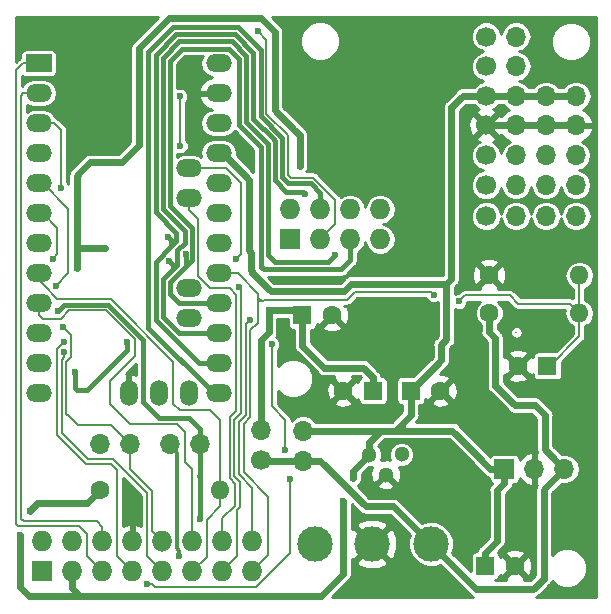
<source format=gbr>
G04 #@! TF.GenerationSoftware,KiCad,Pcbnew,5.0.2-bee76a0~70~ubuntu18.04.1*
G04 #@! TF.CreationDate,2019-05-01T22:14:46+02:00*
G04 #@! TF.ProjectId,EasyPCB_10_nrf24l01p,45617379-5043-4425-9f31-305f6e726632,rev?*
G04 #@! TF.SameCoordinates,Original*
G04 #@! TF.FileFunction,Copper,L1,Top*
G04 #@! TF.FilePolarity,Positive*
%FSLAX46Y46*%
G04 Gerber Fmt 4.6, Leading zero omitted, Abs format (unit mm)*
G04 Created by KiCad (PCBNEW 5.0.2-bee76a0~70~ubuntu18.04.1) date Wed 01 May 2019 10:14:46 PM CEST*
%MOMM*%
%LPD*%
G01*
G04 APERTURE LIST*
G04 #@! TA.AperFunction,ComponentPad*
%ADD10C,1.700000*%
G04 #@! TD*
G04 #@! TA.AperFunction,ComponentPad*
%ADD11O,1.700000X1.700000*%
G04 #@! TD*
G04 #@! TA.AperFunction,ComponentPad*
%ADD12O,1.727200X1.727200*%
G04 #@! TD*
G04 #@! TA.AperFunction,ComponentPad*
%ADD13R,1.727200X1.727200*%
G04 #@! TD*
G04 #@! TA.AperFunction,ComponentPad*
%ADD14O,2.199640X1.501140*%
G04 #@! TD*
G04 #@! TA.AperFunction,ComponentPad*
%ADD15R,2.199640X1.501140*%
G04 #@! TD*
G04 #@! TA.AperFunction,ComponentPad*
%ADD16O,1.501140X2.199640*%
G04 #@! TD*
G04 #@! TA.AperFunction,ComponentPad*
%ADD17C,1.600000*%
G04 #@! TD*
G04 #@! TA.AperFunction,ComponentPad*
%ADD18O,1.600000X1.600000*%
G04 #@! TD*
G04 #@! TA.AperFunction,ComponentPad*
%ADD19R,1.600000X1.600000*%
G04 #@! TD*
G04 #@! TA.AperFunction,ComponentPad*
%ADD20R,1.700000X1.700000*%
G04 #@! TD*
G04 #@! TA.AperFunction,ComponentPad*
%ADD21C,3.000000*%
G04 #@! TD*
G04 #@! TA.AperFunction,ComponentPad*
%ADD22C,1.300000*%
G04 #@! TD*
G04 #@! TA.AperFunction,ViaPad*
%ADD23C,0.600000*%
G04 #@! TD*
G04 #@! TA.AperFunction,Conductor*
%ADD24C,0.200000*%
G04 #@! TD*
G04 #@! TA.AperFunction,Conductor*
%ADD25C,0.600000*%
G04 #@! TD*
G04 #@! TA.AperFunction,Conductor*
%ADD26C,0.400000*%
G04 #@! TD*
G04 #@! TA.AperFunction,Conductor*
%ADD27C,0.300000*%
G04 #@! TD*
G04 #@! TA.AperFunction,Conductor*
%ADD28C,0.254000*%
G04 #@! TD*
G04 APERTURE END LIST*
D10*
G04 #@! TO.P,P7,1*
G04 #@! TO.N,Net-(P7-Pad1)*
X164840000Y-78870000D03*
D11*
G04 #@! TO.P,P7,2*
G04 #@! TO.N,Net-(P7-Pad2)*
X167380000Y-78870000D03*
G04 #@! TO.P,P7,3*
G04 #@! TO.N,Net-(P7-Pad3)*
X169920000Y-78870000D03*
G04 #@! TO.P,P7,4*
G04 #@! TO.N,Net-(P7-Pad4)*
X172460000Y-78870000D03*
G04 #@! TD*
D12*
G04 #@! TO.P,P2,16*
G04 #@! TO.N,A1*
X145034000Y-106375200D03*
G04 #@! TO.P,P2,15*
G04 #@! TO.N,A0*
X145034000Y-108915200D03*
G04 #@! TO.P,P2,14*
G04 #@! TO.N,A4*
X142494000Y-106375200D03*
G04 #@! TO.P,P2,13*
G04 #@! TO.N,A5*
X142494000Y-108915200D03*
G04 #@! TO.P,P2,12*
G04 #@! TO.N,D6*
X139954000Y-106375200D03*
G04 #@! TO.P,P2,11*
G04 #@! TO.N,D5*
X139954000Y-108915200D03*
G04 #@! TO.P,P2,10*
G04 #@! TO.N,D2/IRQ*
X137414000Y-106375200D03*
G04 #@! TO.P,P2,9*
G04 #@! TO.N,D3*
X137414000Y-108915200D03*
D13*
G04 #@! TO.P,P2,1*
G04 #@! TO.N,Net-(JP3-Pad2)*
X127254000Y-108915200D03*
D12*
G04 #@! TO.P,P2,2*
G04 #@! TO.N,+3V3*
X127254000Y-106375200D03*
G04 #@! TO.P,P2,3*
G04 #@! TO.N,VCC*
X129794000Y-108915200D03*
G04 #@! TO.P,P2,4*
G04 #@! TO.N,GND*
X129794000Y-106375200D03*
G04 #@! TO.P,P2,5*
G04 #@! TO.N,TX*
X132334000Y-108915200D03*
G04 #@! TO.P,P2,6*
G04 #@! TO.N,RX*
X132334000Y-106375200D03*
G04 #@! TO.P,P2,7*
G04 #@! TO.N,Reset*
X134874000Y-108915200D03*
G04 #@! TO.P,P2,8*
G04 #@! TO.N,GND*
X134874000Y-106375200D03*
G04 #@! TD*
D14*
G04 #@! TO.P,IC1,28*
G04 #@! TO.N,Net-(IC1-Pad28)*
X139649200Y-84988400D03*
G04 #@! TO.P,IC1,27*
G04 #@! TO.N,Net-(IC1-Pad27)*
X139649200Y-87528400D03*
D15*
G04 #@! TO.P,IC1,1*
G04 #@! TO.N,TX*
X126949200Y-65938400D03*
D14*
G04 #@! TO.P,IC1,2*
G04 #@! TO.N,RX*
X126949200Y-68478400D03*
G04 #@! TO.P,IC1,3*
G04 #@! TO.N,Reset*
X126949200Y-71018400D03*
G04 #@! TO.P,IC1,4*
G04 #@! TO.N,GND*
X126949200Y-73558400D03*
G04 #@! TO.P,IC1,5*
G04 #@! TO.N,D2/IRQ*
X126949200Y-76098400D03*
G04 #@! TO.P,IC1,6*
G04 #@! TO.N,D3*
X126949200Y-78638400D03*
G04 #@! TO.P,IC1,7*
G04 #@! TO.N,Net-(IC1-Pad7)*
X126949200Y-81178400D03*
G04 #@! TO.P,IC1,8*
G04 #@! TO.N,D5*
X126949200Y-83718400D03*
G04 #@! TO.P,IC1,9*
G04 #@! TO.N,D6*
X126949200Y-86258400D03*
G04 #@! TO.P,IC1,10*
G04 #@! TO.N,Net-(IC1-Pad10)*
X126949200Y-88798400D03*
G04 #@! TO.P,IC1,11*
G04 #@! TO.N,Flash_CS*
X126949200Y-91338400D03*
G04 #@! TO.P,IC1,12*
G04 #@! TO.N,CS*
X126949200Y-93878400D03*
G04 #@! TO.P,IC1,13*
G04 #@! TO.N,CSN*
X142189200Y-93878400D03*
G04 #@! TO.P,IC1,14*
G04 #@! TO.N,MOSI*
X142189200Y-91338400D03*
G04 #@! TO.P,IC1,15*
G04 #@! TO.N,MISO*
X142189200Y-88798400D03*
G04 #@! TO.P,IC1,16*
G04 #@! TO.N,SCK*
X142189200Y-86258400D03*
G04 #@! TO.P,IC1,17*
G04 #@! TO.N,A0*
X142189200Y-83718400D03*
G04 #@! TO.P,IC1,18*
G04 #@! TO.N,A1*
X142189200Y-81178400D03*
G04 #@! TO.P,IC1,19*
G04 #@! TO.N,Net-(IC1-Pad19)*
X142189200Y-78638400D03*
G04 #@! TO.P,IC1,20*
G04 #@! TO.N,A3*
X142189200Y-76098400D03*
G04 #@! TO.P,IC1,21*
G04 #@! TO.N,VCC*
X142189200Y-73558400D03*
G04 #@! TO.P,IC1,22*
G04 #@! TO.N,Net-(IC1-Pad22)*
X142189200Y-71018400D03*
G04 #@! TO.P,IC1,23*
G04 #@! TO.N,GND*
X142189200Y-68478400D03*
G04 #@! TO.P,IC1,24*
G04 #@! TO.N,RAW*
X142189200Y-65938400D03*
G04 #@! TO.P,IC1,25*
G04 #@! TO.N,A4*
X139649200Y-77368400D03*
G04 #@! TO.P,IC1,26*
G04 #@! TO.N,A5*
X139649200Y-74828400D03*
D16*
G04 #@! TO.P,IC1,30*
G04 #@! TO.N,N/C*
X139649200Y-93878400D03*
G04 #@! TO.P,IC1,31*
X137109200Y-93878400D03*
G04 #@! TO.P,IC1,29*
G04 #@! TO.N,GND*
X134569200Y-93878400D03*
G04 #@! TD*
D17*
G04 #@! TO.P,R1,1*
G04 #@! TO.N,VCC*
X132168900Y-102095300D03*
D18*
G04 #@! TO.P,R1,2*
G04 #@! TO.N,D5*
X142328900Y-102095300D03*
G04 #@! TD*
D17*
G04 #@! TO.P,R3,1*
G04 #@! TO.N,Net-(JP1-Pad1)*
X165100000Y-87090000D03*
D18*
G04 #@! TO.P,R3,2*
G04 #@! TO.N,A0*
X172720000Y-87090000D03*
G04 #@! TD*
D19*
G04 #@! TO.P,C3,1*
G04 #@! TO.N,+3V3*
X155255600Y-93649800D03*
D17*
G04 #@! TO.P,C3,2*
G04 #@! TO.N,GND*
X152755600Y-93649800D03*
G04 #@! TD*
D19*
G04 #@! TO.P,C2,1*
G04 #@! TO.N,VCC*
X158470600Y-93649800D03*
D17*
G04 #@! TO.P,C2,2*
G04 #@! TO.N,GND*
X160970600Y-93649800D03*
G04 #@! TD*
D11*
G04 #@! TO.P,JP1,1*
G04 #@! TO.N,Net-(JP1-Pad1)*
X149352000Y-99568000D03*
G04 #@! TO.P,JP1,2*
G04 #@! TO.N,VCC*
X149352000Y-97028000D03*
G04 #@! TD*
D10*
G04 #@! TO.P,JP2,1*
G04 #@! TO.N,Net-(JP1-Pad1)*
X145757900Y-99542600D03*
D11*
G04 #@! TO.P,JP2,2*
G04 #@! TO.N,+3V3*
X145757900Y-97002600D03*
G04 #@! TD*
G04 #@! TO.P,JP3,1*
G04 #@! TO.N,RAW*
X140650000Y-98190000D03*
G04 #@! TO.P,JP3,2*
G04 #@! TO.N,Net-(JP3-Pad2)*
X138110000Y-98190000D03*
G04 #@! TD*
D20*
G04 #@! TO.P,U1,1*
G04 #@! TO.N,VCC*
X166390000Y-100280000D03*
D11*
G04 #@! TO.P,U1,2*
G04 #@! TO.N,GND*
X168930000Y-100280000D03*
G04 #@! TO.P,U1,3*
G04 #@! TO.N,Net-(JP1-Pad1)*
X171470000Y-100280000D03*
G04 #@! TD*
D19*
G04 #@! TO.P,C1,1*
G04 #@! TO.N,VCC*
X164770000Y-108490000D03*
D17*
G04 #@! TO.P,C1,2*
G04 #@! TO.N,GND*
X167270000Y-108490000D03*
G04 #@! TD*
D10*
G04 #@! TO.P,P4,1*
G04 #@! TO.N,VCC*
X164850000Y-68710000D03*
D11*
G04 #@! TO.P,P4,2*
X167390000Y-68710000D03*
G04 #@! TO.P,P4,3*
X169930000Y-68710000D03*
G04 #@! TO.P,P4,4*
X172470000Y-68710000D03*
G04 #@! TD*
D10*
G04 #@! TO.P,P5,1*
G04 #@! TO.N,GND*
X164840000Y-71200000D03*
D11*
G04 #@! TO.P,P5,2*
X167380000Y-71200000D03*
G04 #@! TO.P,P5,3*
X169920000Y-71200000D03*
G04 #@! TO.P,P5,4*
X172460000Y-71200000D03*
G04 #@! TD*
D10*
G04 #@! TO.P,P7,1*
G04 #@! TO.N,N/C*
X164830000Y-76260000D03*
D11*
G04 #@! TO.P,P7,2*
X167370000Y-76260000D03*
G04 #@! TO.P,P7,3*
X169910000Y-76260000D03*
G04 #@! TO.P,P7,4*
X172450000Y-76260000D03*
G04 #@! TD*
D10*
G04 #@! TO.P,P6,1*
G04 #@! TO.N,Net-(P6-Pad1)*
X164830000Y-73740000D03*
D11*
G04 #@! TO.P,P6,2*
G04 #@! TO.N,Net-(P6-Pad2)*
X167370000Y-73740000D03*
G04 #@! TO.P,P6,3*
G04 #@! TO.N,Net-(P6-Pad3)*
X169910000Y-73740000D03*
G04 #@! TO.P,P6,4*
G04 #@! TO.N,Net-(P6-Pad4)*
X172450000Y-73740000D03*
G04 #@! TD*
D10*
G04 #@! TO.P,P9,1*
G04 #@! TO.N,Net-(P9-Pad1)*
X164850000Y-63670000D03*
D11*
G04 #@! TO.P,P9,2*
G04 #@! TO.N,Net-(P9-Pad2)*
X167390000Y-63670000D03*
G04 #@! TD*
D21*
G04 #@! TO.P,P1,3*
G04 #@! TO.N,RAW*
X150368000Y-106629200D03*
G04 #@! TO.P,P1,1*
G04 #@! TO.N,Net-(JP1-Pad1)*
X160178000Y-106629200D03*
G04 #@! TO.P,P1,2*
G04 #@! TO.N,GND*
X155178000Y-106629200D03*
G04 #@! TD*
D17*
G04 #@! TO.P,R2,1*
G04 #@! TO.N,GND*
X165100000Y-83880000D03*
D18*
G04 #@! TO.P,R2,2*
G04 #@! TO.N,A0*
X172720000Y-83880000D03*
G04 #@! TD*
D19*
G04 #@! TO.P,C4,1*
G04 #@! TO.N,A0*
X170030000Y-91540000D03*
D17*
G04 #@! TO.P,C4,2*
G04 #@! TO.N,GND*
X167530000Y-91540000D03*
G04 #@! TD*
D22*
G04 #@! TO.P,U2,2*
G04 #@! TO.N,GND*
X156331600Y-100767200D03*
G04 #@! TO.P,U2,3*
G04 #@! TO.N,VCC*
X154956600Y-99067200D03*
G04 #@! TO.P,U2,1*
G04 #@! TO.N,+3V3*
X157681600Y-99042200D03*
G04 #@! TD*
D10*
G04 #@! TO.P,P8,1*
G04 #@! TO.N,Net-(P8-Pad1)*
X164840000Y-66190000D03*
D11*
G04 #@! TO.P,P8,2*
G04 #@! TO.N,Net-(P8-Pad2)*
X167380000Y-66190000D03*
G04 #@! TD*
D19*
G04 #@! TO.P,C6,1*
G04 #@! TO.N,+3V3*
X149280000Y-87280000D03*
D17*
G04 #@! TO.P,C6,2*
G04 #@! TO.N,GND*
X151780000Y-87280000D03*
G04 #@! TD*
D11*
G04 #@! TO.P,JP4,1*
G04 #@! TO.N,Net-(JP4-Pad1)*
X132110000Y-98180000D03*
G04 #@! TO.P,JP4,2*
G04 #@! TO.N,D2/IRQ*
X134650000Y-98180000D03*
G04 #@! TD*
D12*
G04 #@! TO.P,U3,7*
G04 #@! TO.N,MISO*
X155890000Y-80850000D03*
G04 #@! TO.P,U3,8*
G04 #@! TO.N,Net-(JP4-Pad1)*
X155890000Y-78310000D03*
G04 #@! TO.P,U3,5*
G04 #@! TO.N,SCK*
X153350000Y-80850000D03*
G04 #@! TO.P,U3,6*
G04 #@! TO.N,MOSI*
X153350000Y-78310000D03*
G04 #@! TO.P,U3,3*
G04 #@! TO.N,CS*
X150810000Y-80850000D03*
G04 #@! TO.P,U3,4*
G04 #@! TO.N,CSN*
X150810000Y-78310000D03*
D13*
G04 #@! TO.P,U3,1*
G04 #@! TO.N,GND*
X148270000Y-80850000D03*
D12*
G04 #@! TO.P,U3,2*
G04 #@! TO.N,+3V3*
X148270000Y-78310000D03*
G04 #@! TD*
D23*
G04 #@! TO.N,+3V3*
X149040000Y-74640000D03*
X146430000Y-86860000D03*
X130180000Y-83260000D03*
X134010000Y-74330000D03*
X132588000Y-81534000D03*
G04 #@! TO.N,GND*
X129540000Y-71374000D03*
X129566063Y-74801144D03*
G04 #@! TO.N,RAW*
X128600000Y-86902568D03*
X140573200Y-104548940D03*
G04 #@! TO.N,D3*
X128130000Y-82470000D03*
X129110000Y-90410000D03*
G04 #@! TO.N,MOSI*
X149520000Y-76970000D03*
X137886440Y-80614520D03*
G04 #@! TO.N,MISO*
X152060000Y-82170000D03*
X137998200Y-82646520D03*
G04 #@! TO.N,SCK*
X139446000Y-82042000D03*
G04 #@! TO.N,A0*
X162530000Y-86100000D03*
X160420000Y-85530000D03*
G04 #@! TO.N,A1*
X144810000Y-87640000D03*
G04 #@! TO.N,A5*
X143884832Y-84883003D03*
X143640000Y-82500000D03*
G04 #@! TO.N,Reset*
X129109999Y-89530735D03*
X128820000Y-76490000D03*
G04 #@! TO.N,A3*
X138922760Y-72928480D03*
X138907520Y-68732400D03*
G04 #@! TO.N,Flash_CS*
X130008794Y-92038794D03*
X134424420Y-89512140D03*
G04 #@! TO.N,VCC*
X126210000Y-103833700D03*
X153581057Y-101074263D03*
X125380000Y-105890000D03*
X152747980Y-102981760D03*
G04 #@! TO.N,D2/IRQ*
X128987886Y-88238620D03*
X128420176Y-84750000D03*
G04 #@! TO.N,CS*
X145550000Y-63230000D03*
G04 #@! TO.N,Net-(JP3-Pad2)*
X138856720Y-107609640D03*
G04 #@! TO.N,Net-(JP4-Pad1)*
X146681397Y-89741397D03*
X148240000Y-101100000D03*
X147850000Y-98660000D03*
X136150000Y-110040000D03*
G04 #@! TD*
D24*
G04 #@! TO.N,*
X167390000Y-88710000D02*
X167400000Y-88720000D01*
D25*
G04 #@! TO.N,+3V3*
X148575056Y-71543931D02*
X149040000Y-72008875D01*
X149040000Y-72008875D02*
X149040000Y-74640000D01*
X155255600Y-93649800D02*
X155255600Y-92517600D01*
X155255600Y-92517600D02*
X154432000Y-91694000D01*
X151130000Y-91694000D02*
X154432000Y-91694000D01*
X149280000Y-89844000D02*
X151130000Y-91694000D01*
X149280000Y-87280000D02*
X149280000Y-89844000D01*
X149280000Y-87280000D02*
X148860000Y-86860000D01*
X148860000Y-86860000D02*
X146430000Y-86860000D01*
X146430000Y-88720000D02*
X146430000Y-86860000D01*
X146430000Y-88720000D02*
X145757900Y-89392100D01*
X145757900Y-89392100D02*
X145757900Y-97002600D01*
X134010000Y-74330000D02*
X135449333Y-72890667D01*
X135449333Y-72890667D02*
X135449333Y-64645159D01*
X145739785Y-62087783D02*
X146941849Y-63289847D01*
X135449333Y-64645159D02*
X135573825Y-64520667D01*
X135573825Y-64520667D02*
X138006712Y-62087783D01*
X138006712Y-62087783D02*
X145739785Y-62087783D01*
X146941849Y-63289847D02*
X146941849Y-69910725D01*
X146941849Y-69910725D02*
X148575056Y-71543931D01*
X130410000Y-75230000D02*
X131310000Y-74330000D01*
X130180000Y-75460000D02*
X130410000Y-75230000D01*
X131310000Y-74330000D02*
X134010000Y-74330000D01*
X132588000Y-81534000D02*
X130180000Y-81534000D01*
X130180000Y-83260000D02*
X130180000Y-81534000D01*
X130180000Y-81534000D02*
X130180000Y-75460000D01*
G04 #@! TO.N,GND*
X167380000Y-71200000D02*
X164840000Y-71200000D01*
X169920000Y-71200000D02*
X167380000Y-71200000D01*
X172460000Y-71200000D02*
X169920000Y-71200000D01*
G04 #@! TO.N,Net-(JP1-Pad1)*
X160178000Y-106629200D02*
X163998800Y-110450000D01*
X168830000Y-110450000D02*
X169710000Y-109570000D01*
X163998800Y-110450000D02*
X168830000Y-110450000D01*
X169710000Y-109570000D02*
X169710000Y-102040000D01*
X169710000Y-102040000D02*
X169836219Y-101913781D01*
X169836219Y-101913781D02*
X171470000Y-100280000D01*
X168960000Y-94860000D02*
X169809999Y-95709999D01*
X169809999Y-95709999D02*
X169809999Y-98619999D01*
X169809999Y-98619999D02*
X170620001Y-99430001D01*
X170620001Y-99430001D02*
X171470000Y-100280000D01*
X167250000Y-94860000D02*
X168960000Y-94860000D01*
X165620000Y-93230000D02*
X167250000Y-94860000D01*
X165620000Y-89209963D02*
X165620000Y-93230000D01*
X165100000Y-87090000D02*
X165100000Y-88689963D01*
X165100000Y-88689963D02*
X165620000Y-89209963D01*
X154660260Y-103426260D02*
X156975060Y-103426260D01*
X156975060Y-103426260D02*
X160178000Y-106629200D01*
X149352000Y-99568000D02*
X150802000Y-99568000D01*
X150802000Y-99568000D02*
X154660260Y-103426260D01*
X149352000Y-99568000D02*
X145783300Y-99568000D01*
X145783300Y-99568000D02*
X145757900Y-99542600D01*
D26*
G04 #@! TO.N,RAW*
X140650000Y-98190000D02*
X140650000Y-99440000D01*
X140650000Y-99440000D02*
X140573200Y-99516800D01*
X128760000Y-86720000D02*
X128760000Y-86742568D01*
X128760000Y-86742568D02*
X128600000Y-86902568D01*
X128760000Y-86720000D02*
X129121600Y-86358400D01*
X129121600Y-86358400D02*
X132832797Y-86358400D01*
X140649999Y-96939999D02*
X140650000Y-98190000D01*
X132832797Y-86358400D02*
X135819780Y-89345383D01*
X135819780Y-89345383D02*
X135819780Y-94619780D01*
X135819780Y-94619780D02*
X137160000Y-95960000D01*
X137160000Y-95960000D02*
X139670000Y-95960000D01*
X139670000Y-95960000D02*
X140649999Y-96939999D01*
X140573200Y-100916500D02*
X140573200Y-101270000D01*
X140573200Y-101270000D02*
X140573200Y-104548940D01*
X140573200Y-99516800D02*
X140573200Y-101270000D01*
X140554000Y-100897300D02*
X140573200Y-100916500D01*
D24*
G04 #@! TO.N,TX*
X132334000Y-108915200D02*
X131076700Y-107657900D01*
X131076700Y-107657900D02*
X131076700Y-105787770D01*
X131076700Y-105787770D02*
X130400529Y-105111599D01*
X125049360Y-104959360D02*
X125049360Y-66538420D01*
X130400529Y-105111599D02*
X125201599Y-105111599D01*
X125201599Y-105111599D02*
X125049360Y-104959360D01*
X125049360Y-66538420D02*
X125649380Y-65938400D01*
X125649380Y-65938400D02*
X126949200Y-65938400D01*
G04 #@! TO.N,RX*
X126949200Y-68478400D02*
X125649380Y-68478400D01*
X125671589Y-104711589D02*
X131891703Y-104711589D01*
X125649380Y-68478400D02*
X125449370Y-68678410D01*
X125449370Y-68678410D02*
X125449370Y-104489370D01*
X131891703Y-104711589D02*
X132334000Y-105153886D01*
X125449370Y-104489370D02*
X125671589Y-104711589D01*
X132334000Y-105153886D02*
X132334000Y-106375200D01*
G04 #@! TO.N,D3*
X128508760Y-79848710D02*
X128508760Y-82091240D01*
X128508760Y-82091240D02*
X128130000Y-82470000D01*
X129110000Y-90410000D02*
X129110000Y-90834264D01*
X131139998Y-99450000D02*
X133244701Y-99450000D01*
X129110000Y-90834264D02*
X128910009Y-91034255D01*
X128910009Y-91034255D02*
X128910009Y-97220011D01*
X128910009Y-97220011D02*
X131139998Y-99450000D01*
X133244701Y-99450000D02*
X136137601Y-102342901D01*
X136137601Y-102342901D02*
X136137601Y-107638801D01*
X136137601Y-107638801D02*
X137414000Y-108915200D01*
X126949200Y-78638400D02*
X127298450Y-78638400D01*
X127298450Y-78638400D02*
X128508760Y-79848710D01*
G04 #@! TO.N,D5*
X139954000Y-108915200D02*
X141173200Y-107696000D01*
X141173200Y-107696000D02*
X141173200Y-104584500D01*
X141173200Y-104584500D02*
X142328900Y-103428800D01*
X142328900Y-103428800D02*
X142328900Y-102095300D01*
X126949200Y-83718400D02*
X126949200Y-84302600D01*
X126949200Y-84302600D02*
X127370840Y-84724240D01*
X127370840Y-84724240D02*
X127375920Y-84724240D01*
X127375920Y-84724240D02*
X128510070Y-85858390D01*
X133039908Y-85858390D02*
X138366500Y-91184983D01*
X128510070Y-85858390D02*
X133039908Y-85858390D01*
X138366500Y-91184983D02*
X138366500Y-94780100D01*
X138366500Y-94780100D02*
X138912600Y-95326200D01*
X138912600Y-95326200D02*
X141490700Y-95326200D01*
X141490700Y-95326200D02*
X142328900Y-96164400D01*
X142328900Y-96164400D02*
X142328900Y-102095300D01*
G04 #@! TO.N,D6*
X139954000Y-106375200D02*
X139954000Y-100314000D01*
X139954000Y-100314000D02*
X139350000Y-99710000D01*
X139350000Y-99710000D02*
X139350000Y-97170000D01*
X138640010Y-96460010D02*
X134720010Y-96460010D01*
X139350000Y-97170000D02*
X138640010Y-96460010D01*
X134720010Y-96460010D02*
X133010000Y-94750000D01*
X133010000Y-94750000D02*
X133010000Y-92810000D01*
X133010000Y-92810000D02*
X135080000Y-90740000D01*
X135080000Y-89312723D02*
X132625687Y-86858410D01*
X135080000Y-90740000D02*
X135080000Y-89312723D01*
X132625687Y-86858410D02*
X129532160Y-86858410D01*
X129532160Y-86858410D02*
X128810570Y-87580000D01*
X126949200Y-87208970D02*
X126949200Y-86258400D01*
X128810570Y-87580000D02*
X127320230Y-87580000D01*
X127320230Y-87580000D02*
X126949200Y-87208970D01*
X126949200Y-86258400D02*
X127410398Y-86258400D01*
X126949200Y-86839200D02*
X126949200Y-86258400D01*
X126949200Y-86258400D02*
X126949200Y-86809200D01*
D26*
G04 #@! TO.N,MOSI*
X147910000Y-76790000D02*
X149340000Y-76790000D01*
X149340000Y-76790000D02*
X149520000Y-76970000D01*
X146968830Y-75848830D02*
X147910000Y-76790000D01*
X146775029Y-72289529D02*
X146968830Y-72483330D01*
X146968830Y-72483330D02*
X146968830Y-75848830D01*
X146775029Y-72289529D02*
X145141819Y-70656319D01*
X138612880Y-80289764D02*
X138612880Y-80995838D01*
X145141819Y-70656319D02*
X145141819Y-65076098D01*
X138612880Y-80995838D02*
X138176318Y-81432400D01*
X145141819Y-65076098D02*
X143553523Y-63487802D01*
X143553523Y-63487802D02*
X138586617Y-63487801D01*
X138586617Y-63487801D02*
X136849352Y-65225064D01*
X136849352Y-65225064D02*
X136849352Y-78526236D01*
X136849352Y-78526236D02*
X138612880Y-80289764D01*
X136849351Y-82759367D02*
X138176318Y-81432400D01*
X137886440Y-80614520D02*
X138186439Y-80914519D01*
X138186439Y-80914519D02*
X138186439Y-81422279D01*
X138186439Y-81422279D02*
X138176318Y-81432400D01*
X136849351Y-87694928D02*
X136849351Y-82759367D01*
X142189200Y-91338400D02*
X140492821Y-91338400D01*
X140492821Y-91338400D02*
X136849351Y-87694928D01*
G04 #@! TO.N,MISO*
X137449361Y-84231497D02*
X138343458Y-83337400D01*
X137998200Y-82646520D02*
X138343458Y-82991778D01*
X138343458Y-82991778D02*
X138343458Y-83337400D01*
X137449360Y-87446397D02*
X137449361Y-84231497D01*
X142189200Y-88798400D02*
X138801363Y-88798400D01*
X138801363Y-88798400D02*
X137449360Y-87446397D01*
X151440010Y-82789990D02*
X152060000Y-82170000D01*
X146989990Y-82789990D02*
X151440010Y-82789990D01*
X146368821Y-82168821D02*
X146989990Y-82789990D01*
X144541809Y-70904851D02*
X146368821Y-72731863D01*
X144541809Y-65324632D02*
X144541809Y-70904851D01*
X143304990Y-64087811D02*
X144541809Y-65324632D01*
X137449361Y-65473597D02*
X138835148Y-64087810D01*
X146368821Y-72731863D02*
X146368821Y-82168821D01*
X138684000Y-82996858D02*
X138684000Y-81773260D01*
X138684000Y-81773260D02*
X139323510Y-81133750D01*
X138835148Y-64087810D02*
X143304990Y-64087811D01*
X138343458Y-83337400D02*
X138684000Y-82996858D01*
X139323510Y-81133750D02*
X139323510Y-80151852D01*
X139323510Y-80151852D02*
X137449360Y-78277702D01*
X137449360Y-78277702D02*
X137449361Y-65473597D01*
G04 #@! TO.N,SCK*
X142189200Y-86258400D02*
X138801363Y-86258400D01*
X139923520Y-79903320D02*
X138049370Y-78029170D01*
X139923520Y-82605880D02*
X139923520Y-79903320D01*
X138801363Y-86258400D02*
X138049370Y-85506407D01*
X138049370Y-85506407D02*
X138049370Y-84480030D01*
X138049370Y-78029170D02*
X138049370Y-65722130D01*
X138049370Y-65722130D02*
X139083680Y-64687820D01*
X139083680Y-64687820D02*
X143056457Y-64687820D01*
X145768811Y-83140000D02*
X146018811Y-83390000D01*
X143056457Y-64687820D02*
X143941800Y-65573163D01*
X153350000Y-82620000D02*
X153350000Y-80850000D01*
X143941800Y-65573163D02*
X143941801Y-71153385D01*
X143941801Y-71153385D02*
X145768811Y-72980395D01*
X145768811Y-72980395D02*
X145768811Y-83140000D01*
X146018811Y-83390000D02*
X152580000Y-83390000D01*
X152580000Y-83390000D02*
X153350000Y-82620000D01*
X139446000Y-83083400D02*
X139446000Y-82042000D01*
X139192000Y-83337400D02*
X139446000Y-83083400D01*
X139192000Y-83337400D02*
X139923520Y-82605880D01*
X138049370Y-84480030D02*
X139192000Y-83337400D01*
D24*
G04 #@! TO.N,A0*
X172720000Y-87090000D02*
X171920001Y-86290001D01*
X171920001Y-86290001D02*
X167544001Y-86290001D01*
X167544001Y-86290001D02*
X166834000Y-85580000D01*
X166834000Y-85580000D02*
X163050000Y-85580000D01*
X163050000Y-85580000D02*
X162530000Y-86100000D01*
X172720000Y-87090000D02*
X172720000Y-85958630D01*
X172720000Y-85958630D02*
X172720000Y-83880000D01*
X170230000Y-91550000D02*
X172720000Y-89060000D01*
X172720000Y-89060000D02*
X172720000Y-87090000D01*
X144320000Y-100573206D02*
X146367500Y-102620706D01*
X144880090Y-95899210D02*
X144320000Y-96459300D01*
X144320000Y-96459300D02*
X144320000Y-100573206D01*
X153720628Y-85282010D02*
X160172010Y-85282010D01*
X160172010Y-85282010D02*
X160420000Y-85530000D01*
X145970038Y-86060000D02*
X146090019Y-85940019D01*
X146090019Y-85940019D02*
X153062619Y-85940019D01*
X153062619Y-85940019D02*
X153720628Y-85282010D01*
X142189200Y-83718400D02*
X143832342Y-83718400D01*
X143832342Y-83718400D02*
X145550000Y-85436058D01*
X145550000Y-85436058D02*
X145550000Y-85780000D01*
X145970038Y-86060000D02*
X145830000Y-86060000D01*
X145550000Y-85780000D02*
X145550000Y-86060000D01*
X145830000Y-86060000D02*
X145550000Y-85780000D01*
X145970038Y-86060000D02*
X145550000Y-86060000D01*
X145550000Y-86060000D02*
X145550000Y-87885038D01*
X142189200Y-83718400D02*
X142682600Y-83225000D01*
X144880090Y-89901153D02*
X144880090Y-95899210D01*
X145550000Y-87885038D02*
X144877989Y-88557049D01*
X146367500Y-107581700D02*
X145034000Y-108915200D01*
X144877989Y-88557049D02*
X144877989Y-89899052D01*
X144877989Y-89899052D02*
X144880090Y-89901153D01*
X146367500Y-102620706D02*
X146367500Y-107581700D01*
G04 #@! TO.N,A1*
X145034000Y-106375200D02*
X145034000Y-101852904D01*
X145034000Y-101852904D02*
X143919990Y-100738895D01*
X143919990Y-100738895D02*
X143919990Y-96293612D01*
X143919990Y-96293612D02*
X144477979Y-95735623D01*
X144477979Y-95735623D02*
X144477979Y-87972021D01*
X144477979Y-87972021D02*
X144810000Y-87640000D01*
G04 #@! TO.N,A4*
X143668790Y-95083215D02*
X143668790Y-94970000D01*
X143668790Y-94970000D02*
X143668790Y-85515490D01*
X143119970Y-95890030D02*
X143668790Y-95341210D01*
X143668790Y-95341210D02*
X143668790Y-94970000D01*
X143586200Y-101536500D02*
X143119970Y-101070270D01*
X143119970Y-101070270D02*
X143119970Y-95890030D01*
X140431520Y-79101290D02*
X140431520Y-83935726D01*
X140431520Y-83935726D02*
X141484194Y-84988400D01*
X139649200Y-77368400D02*
X139649200Y-78318970D01*
X139649200Y-78318970D02*
X140431520Y-79101290D01*
X142494000Y-106375200D02*
X142494000Y-104470200D01*
X143586200Y-103378000D02*
X143586200Y-101536500D01*
X142494000Y-104470200D02*
X143586200Y-103378000D01*
X143668790Y-85515490D02*
X143141700Y-84988400D01*
X143141700Y-84988400D02*
X141484194Y-84988400D01*
G04 #@! TO.N,A5*
X143884832Y-84883003D02*
X144068800Y-85066971D01*
X143986210Y-103543689D02*
X143764000Y-103765899D01*
X144068800Y-85066971D02*
X144068800Y-95579104D01*
X143519980Y-100904581D02*
X143986210Y-101370812D01*
X144068800Y-95579104D02*
X143519980Y-96127923D01*
X143519980Y-96127923D02*
X143519980Y-100904581D01*
X143986210Y-101370812D02*
X143986210Y-103543689D01*
X143764000Y-103765899D02*
X143764000Y-107645200D01*
X143764000Y-107645200D02*
X142494000Y-108915200D01*
X144068800Y-76078712D02*
X144068800Y-82071200D01*
X144068800Y-82071200D02*
X143640000Y-82500000D01*
X142818488Y-74828400D02*
X144068800Y-76078712D01*
X139649200Y-74828400D02*
X142818488Y-74828400D01*
G04 #@! TO.N,Reset*
X128509999Y-90170000D02*
X128509999Y-90270000D01*
X129109999Y-89530735D02*
X128509999Y-90130735D01*
X128509999Y-90130735D02*
X128509999Y-90170000D01*
X128509999Y-90270000D02*
X128509999Y-97373061D01*
X128509999Y-90270000D02*
X128509999Y-97385700D01*
X128509999Y-97385700D02*
X130974309Y-99850010D01*
X130974309Y-99850010D02*
X133079013Y-99850010D01*
X133079013Y-99850010D02*
X133610399Y-100381396D01*
X128820000Y-76490000D02*
X128820000Y-71589380D01*
X128820000Y-71589380D02*
X128249020Y-71018400D01*
X128249020Y-71018400D02*
X126949200Y-71018400D01*
X128509999Y-97373061D02*
X128503680Y-97379380D01*
X133583680Y-100354678D02*
X133583680Y-107624880D01*
X128503680Y-97379380D02*
X130974309Y-99850010D01*
X133079012Y-99850010D02*
X133583680Y-100354678D01*
X130974309Y-99850010D02*
X133079012Y-99850010D01*
X133583680Y-107624880D02*
X134874000Y-108915200D01*
G04 #@! TO.N,A3*
X138907520Y-68732400D02*
X138907520Y-72913240D01*
X142189200Y-76098400D02*
X142538450Y-76098400D01*
D26*
G04 #@! TO.N,Flash_CS*
X130008794Y-92038794D02*
X130008794Y-93399774D01*
X130008794Y-93399774D02*
X130180080Y-93571060D01*
X134424420Y-89512140D02*
X134424420Y-90232044D01*
X134424420Y-90232044D02*
X131085404Y-93571060D01*
X131085404Y-93571060D02*
X130180080Y-93571060D01*
D25*
G04 #@! TO.N,VCC*
X162850000Y-68710000D02*
X163180000Y-68710000D01*
X163180000Y-68710000D02*
X172470000Y-68710000D01*
X164850000Y-68710000D02*
X163180000Y-68710000D01*
X167390000Y-68710000D02*
X164850000Y-68710000D01*
X169930000Y-68710000D02*
X167390000Y-68710000D01*
X172470000Y-68710000D02*
X169930000Y-68710000D01*
X165770000Y-106358630D02*
X165770000Y-102102081D01*
X165770000Y-102102081D02*
X166390000Y-101482081D01*
X166390000Y-101482081D02*
X166390000Y-100280000D01*
X164770000Y-108490000D02*
X164770000Y-107358630D01*
X164770000Y-107358630D02*
X165770000Y-106358630D01*
X166390000Y-100280000D02*
X165187919Y-100280000D01*
X165187919Y-100280000D02*
X164390001Y-99482082D01*
X164390001Y-99482082D02*
X164390001Y-99430001D01*
X164390001Y-99430001D02*
X161988000Y-97028000D01*
X161988000Y-97028000D02*
X157137100Y-97028000D01*
X161900000Y-69660000D02*
X162850000Y-68710000D01*
X161900000Y-84164199D02*
X161900000Y-69660000D01*
X161482199Y-84582000D02*
X161900000Y-84164199D01*
X157619700Y-96545400D02*
X157711140Y-96636840D01*
X126210000Y-103833700D02*
X126843500Y-103200200D01*
X126843500Y-103200200D02*
X131064000Y-103200200D01*
X131064000Y-103200200D02*
X132168900Y-102095300D01*
X154956600Y-98022320D02*
X155950920Y-97028000D01*
X154956600Y-99067200D02*
X154956600Y-98022320D01*
X153581057Y-100442743D02*
X154956600Y-99067200D01*
X153581057Y-101074263D02*
X153581057Y-100442743D01*
X149352000Y-97028000D02*
X155950920Y-97028000D01*
X161482199Y-84582000D02*
X153430676Y-84582000D01*
X144968801Y-81978299D02*
X144768810Y-81778308D01*
X144768810Y-80324188D02*
X144775000Y-80317998D01*
X153430676Y-84582000D02*
X152772666Y-85240010D01*
X144968801Y-83471374D02*
X144968801Y-81978299D01*
X152772666Y-85240010D02*
X146588148Y-85240011D01*
X146588148Y-85240011D02*
X145018801Y-83670664D01*
X145018801Y-83670664D02*
X145018801Y-83521374D01*
X145018801Y-83521374D02*
X144968801Y-83471374D01*
X144775000Y-75794949D02*
X142538451Y-73558400D01*
X144768810Y-81778308D02*
X144768810Y-80324188D01*
X144775000Y-80317998D02*
X144775000Y-75794949D01*
X142538451Y-73558400D02*
X142189200Y-73558400D01*
X161482199Y-89317801D02*
X161482199Y-84582000D01*
X161033199Y-89749999D02*
X161041600Y-89758400D01*
X126132370Y-111022370D02*
X125380000Y-110270000D01*
X125380000Y-110270000D02*
X125380000Y-105890000D01*
X130462370Y-111022370D02*
X126132370Y-111022370D01*
X152747980Y-102981760D02*
X152742900Y-102986840D01*
X152742900Y-102986840D02*
X152742900Y-109138720D01*
X152742900Y-109138720D02*
X150859250Y-111022370D01*
X150859250Y-111022370D02*
X130462370Y-111022370D01*
X130462370Y-111022370D02*
X129794000Y-110354000D01*
X129794000Y-110354000D02*
X129794000Y-108915200D01*
X158470600Y-93649800D02*
X161041600Y-91078800D01*
X161041600Y-91078800D02*
X161041600Y-89758400D01*
X161041600Y-89758400D02*
X161482199Y-89317801D01*
X157137100Y-97028000D02*
X157619700Y-96545400D01*
X157619700Y-96545400D02*
X158470600Y-95694500D01*
X155950920Y-97028000D02*
X157137100Y-97028000D01*
X142189200Y-73558400D02*
X142538450Y-73558400D01*
X142189200Y-73558400D02*
X141665960Y-73558400D01*
X157515100Y-96650000D02*
X157137100Y-97028000D01*
X158470600Y-95694500D02*
X158470600Y-93649800D01*
D24*
G04 #@! TO.N,D2/IRQ*
X129710001Y-90799962D02*
X129710001Y-89160000D01*
X129710001Y-89160000D02*
X129710001Y-89011999D01*
X128987886Y-88238620D02*
X129710001Y-88960735D01*
X129710001Y-88960735D02*
X129710001Y-89160000D01*
X128420176Y-84750000D02*
X129479990Y-83690186D01*
X129479990Y-83690186D02*
X129479990Y-83549953D01*
X129479990Y-83549953D02*
X129479990Y-78279940D01*
X129479990Y-78279940D02*
X127298450Y-76098400D01*
X127298450Y-76098400D02*
X126949200Y-76098400D01*
X129310019Y-95610019D02*
X129310019Y-91199944D01*
X129310019Y-91199944D02*
X129710001Y-90799962D01*
X129510010Y-95810010D02*
X129310019Y-95610019D01*
X133070000Y-96600000D02*
X130300000Y-96600000D01*
X130300000Y-96600000D02*
X129510010Y-95810010D01*
X134650000Y-98180000D02*
X133070000Y-96600000D01*
X134650000Y-98180000D02*
X134650000Y-100289601D01*
X134650000Y-100289601D02*
X136540000Y-102179601D01*
X136540000Y-102179601D02*
X136540000Y-105501200D01*
X136540000Y-105501200D02*
X137414000Y-106375200D01*
X137414000Y-106375200D02*
X137414000Y-107193070D01*
X137414000Y-107076240D02*
X137414000Y-106375200D01*
X137419080Y-106380280D02*
X137419080Y-107127040D01*
X137414000Y-106375200D02*
X137419080Y-106380280D01*
G04 #@! TO.N,CS*
X145550000Y-63230000D02*
X146241839Y-63921839D01*
X148068850Y-75388850D02*
X148289990Y-75609990D01*
X146241839Y-63921839D02*
X146241839Y-70200677D01*
X146241839Y-70200677D02*
X148068850Y-72027688D01*
X148068850Y-72027688D02*
X148068850Y-75388850D01*
X148289990Y-75609990D02*
X150187110Y-75609990D01*
X150187110Y-75609990D02*
X152080000Y-77502880D01*
X152080000Y-77502880D02*
X152080000Y-79580000D01*
X152080000Y-79580000D02*
X150810000Y-80850000D01*
D26*
G04 #@! TO.N,CSN*
X142189200Y-93878400D02*
X141767037Y-93878400D01*
X141767037Y-93878400D02*
X136249343Y-88360706D01*
X136249343Y-88360706D02*
X136249343Y-64976533D01*
X147568840Y-72234798D02*
X147568840Y-75600298D01*
X136249343Y-64976533D02*
X138338085Y-62887792D01*
X138338085Y-62887792D02*
X143802056Y-62887793D01*
X143802056Y-62887793D02*
X145741829Y-64827566D01*
X145741829Y-64827566D02*
X145741829Y-70407787D01*
X145741829Y-70407787D02*
X147568840Y-72234798D01*
X147568840Y-75600298D02*
X148078542Y-76110000D01*
X148078542Y-76110000D02*
X149980000Y-76110000D01*
X149980000Y-76110000D02*
X150810000Y-76940000D01*
X150810000Y-76940000D02*
X150810000Y-78310000D01*
D24*
G04 #@! TO.N,Net-(JP3-Pad2)*
X138110000Y-98190000D02*
X138110000Y-98330000D01*
D27*
X138110000Y-98330000D02*
X138670000Y-98890000D01*
X138670000Y-98890000D02*
X138670000Y-101748560D01*
D24*
X138670000Y-101748560D02*
X138677601Y-101756161D01*
D27*
X138856720Y-107609640D02*
X138856720Y-107185376D01*
X138856720Y-107185376D02*
X138677601Y-107006257D01*
X138677601Y-107006257D02*
X138677601Y-101756161D01*
D24*
G04 #@! TO.N,Net-(JP4-Pad1)*
X146680120Y-90210000D02*
X146680120Y-90400000D01*
X146680120Y-90400000D02*
X146680120Y-94989871D01*
X146681397Y-90398723D02*
X146680120Y-90400000D01*
X146681397Y-89741397D02*
X146681397Y-90398723D01*
X148240000Y-101100000D02*
X148240000Y-107431330D01*
X148240000Y-107431330D02*
X145381330Y-110290000D01*
X145381330Y-110290000D02*
X136824264Y-110290000D01*
X136824264Y-110290000D02*
X136574264Y-110040000D01*
X136574264Y-110040000D02*
X136150000Y-110040000D01*
X146680120Y-94989871D02*
X147850000Y-96159751D01*
X147850000Y-96159751D02*
X147850000Y-98668000D01*
G04 #@! TD*
D28*
G04 #@! TO.N,GND*
G36*
X154095568Y-103889701D02*
X154136123Y-103950397D01*
X154196818Y-103990952D01*
X154196821Y-103990955D01*
X154345435Y-104090255D01*
X154376599Y-104111078D01*
X154588661Y-104153260D01*
X154588665Y-104153260D01*
X154660260Y-104167501D01*
X154731855Y-104153260D01*
X156673928Y-104153260D01*
X158402005Y-105881337D01*
X158251000Y-106245896D01*
X158251000Y-107012504D01*
X158544368Y-107720758D01*
X159086442Y-108262832D01*
X159794696Y-108556200D01*
X160561304Y-108556200D01*
X160925863Y-108405195D01*
X163434106Y-110913439D01*
X163474663Y-110974137D01*
X163715139Y-111134818D01*
X163731136Y-111138000D01*
X151771752Y-111138000D01*
X153206338Y-109703414D01*
X153267037Y-109662857D01*
X153427718Y-109422381D01*
X153469900Y-109210319D01*
X153469900Y-109210315D01*
X153484141Y-109138721D01*
X153469900Y-109067127D01*
X153469900Y-108143170D01*
X153843635Y-108143170D01*
X154003418Y-108461939D01*
X154794187Y-108771923D01*
X155643387Y-108755697D01*
X156352582Y-108461939D01*
X156512365Y-108143170D01*
X155178000Y-106808805D01*
X153843635Y-108143170D01*
X153469900Y-108143170D01*
X153469900Y-107866257D01*
X153664030Y-107963565D01*
X154998395Y-106629200D01*
X155357605Y-106629200D01*
X156691970Y-107963565D01*
X157010739Y-107803782D01*
X157320723Y-107013013D01*
X157304497Y-106163813D01*
X157010739Y-105454618D01*
X156691970Y-105294835D01*
X155357605Y-106629200D01*
X154998395Y-106629200D01*
X153664030Y-105294835D01*
X153469900Y-105392143D01*
X153469900Y-105115230D01*
X153843635Y-105115230D01*
X155178000Y-106449595D01*
X156512365Y-105115230D01*
X156352582Y-104796461D01*
X155561813Y-104486477D01*
X154712613Y-104502703D01*
X154003418Y-104796461D01*
X153843635Y-105115230D01*
X153469900Y-105115230D01*
X153469900Y-103264034D01*
X154095568Y-103889701D01*
X154095568Y-103889701D01*
G37*
X154095568Y-103889701D02*
X154136123Y-103950397D01*
X154196818Y-103990952D01*
X154196821Y-103990955D01*
X154345435Y-104090255D01*
X154376599Y-104111078D01*
X154588661Y-104153260D01*
X154588665Y-104153260D01*
X154660260Y-104167501D01*
X154731855Y-104153260D01*
X156673928Y-104153260D01*
X158402005Y-105881337D01*
X158251000Y-106245896D01*
X158251000Y-107012504D01*
X158544368Y-107720758D01*
X159086442Y-108262832D01*
X159794696Y-108556200D01*
X160561304Y-108556200D01*
X160925863Y-108405195D01*
X163434106Y-110913439D01*
X163474663Y-110974137D01*
X163715139Y-111134818D01*
X163731136Y-111138000D01*
X151771752Y-111138000D01*
X153206338Y-109703414D01*
X153267037Y-109662857D01*
X153427718Y-109422381D01*
X153469900Y-109210319D01*
X153469900Y-109210315D01*
X153484141Y-109138721D01*
X153469900Y-109067127D01*
X153469900Y-108143170D01*
X153843635Y-108143170D01*
X154003418Y-108461939D01*
X154794187Y-108771923D01*
X155643387Y-108755697D01*
X156352582Y-108461939D01*
X156512365Y-108143170D01*
X155178000Y-106808805D01*
X153843635Y-108143170D01*
X153469900Y-108143170D01*
X153469900Y-107866257D01*
X153664030Y-107963565D01*
X154998395Y-106629200D01*
X155357605Y-106629200D01*
X156691970Y-107963565D01*
X157010739Y-107803782D01*
X157320723Y-107013013D01*
X157304497Y-106163813D01*
X157010739Y-105454618D01*
X156691970Y-105294835D01*
X155357605Y-106629200D01*
X154998395Y-106629200D01*
X153664030Y-105294835D01*
X153469900Y-105392143D01*
X153469900Y-105115230D01*
X153843635Y-105115230D01*
X155178000Y-106449595D01*
X156512365Y-105115230D01*
X156352582Y-104796461D01*
X155561813Y-104486477D01*
X154712613Y-104502703D01*
X154003418Y-104796461D01*
X153843635Y-105115230D01*
X153469900Y-105115230D01*
X153469900Y-103264034D01*
X154095568Y-103889701D01*
G36*
X174108001Y-111138000D02*
X169097664Y-111138000D01*
X169113661Y-111134818D01*
X169354137Y-110974137D01*
X169394696Y-110913436D01*
X170173440Y-110134693D01*
X170234136Y-110094137D01*
X170274692Y-110033441D01*
X170274694Y-110033439D01*
X170394818Y-109853661D01*
X170394818Y-109853660D01*
X170410909Y-109772765D01*
X170736276Y-110098132D01*
X171352644Y-110353440D01*
X172019796Y-110353440D01*
X172636164Y-110098132D01*
X173107912Y-109626384D01*
X173363220Y-109010016D01*
X173363220Y-108342864D01*
X173107912Y-107726496D01*
X172636164Y-107254748D01*
X172019796Y-106999440D01*
X171352644Y-106999440D01*
X170736276Y-107254748D01*
X170437000Y-107554024D01*
X170437000Y-102341132D01*
X171241556Y-101536577D01*
X171344231Y-101557000D01*
X171595769Y-101557000D01*
X171968260Y-101482907D01*
X172390665Y-101200665D01*
X172672907Y-100778260D01*
X172772017Y-100280000D01*
X172672907Y-99781740D01*
X172390665Y-99359335D01*
X171968260Y-99077093D01*
X171595769Y-99003000D01*
X171344231Y-99003000D01*
X171241556Y-99023423D01*
X171184697Y-98966565D01*
X171184695Y-98966562D01*
X170536999Y-98318867D01*
X170536999Y-95781592D01*
X170551240Y-95709998D01*
X170536999Y-95638404D01*
X170536999Y-95638400D01*
X170494817Y-95426338D01*
X170402943Y-95288840D01*
X170374693Y-95246560D01*
X170374691Y-95246558D01*
X170334135Y-95185862D01*
X170273439Y-95145306D01*
X169524696Y-94396564D01*
X169484137Y-94335863D01*
X169243661Y-94175182D01*
X169031599Y-94133000D01*
X169031595Y-94133000D01*
X168960000Y-94118759D01*
X168888405Y-94133000D01*
X167551133Y-94133000D01*
X166347000Y-92928868D01*
X166347000Y-92547745D01*
X166701861Y-92547745D01*
X166775995Y-92793864D01*
X167313223Y-92986965D01*
X167883454Y-92959778D01*
X168284005Y-92793864D01*
X168358139Y-92547745D01*
X167530000Y-91719605D01*
X166701861Y-92547745D01*
X166347000Y-92547745D01*
X166347000Y-92315350D01*
X166522255Y-92368139D01*
X167350395Y-91540000D01*
X166522255Y-90711861D01*
X166347000Y-90764650D01*
X166347000Y-90532255D01*
X166701861Y-90532255D01*
X167530000Y-91360395D01*
X168358139Y-90532255D01*
X168284005Y-90286136D01*
X167746777Y-90093035D01*
X167176546Y-90120222D01*
X166775995Y-90286136D01*
X166701861Y-90532255D01*
X166347000Y-90532255D01*
X166347000Y-89281557D01*
X166361241Y-89209962D01*
X166347000Y-89138365D01*
X166347000Y-89138364D01*
X166304818Y-88926302D01*
X166231317Y-88816300D01*
X166184694Y-88746524D01*
X166184692Y-88746522D01*
X166160289Y-88710000D01*
X166852677Y-88710000D01*
X166893578Y-88915625D01*
X166980654Y-89045944D01*
X167064056Y-89129346D01*
X167194375Y-89216422D01*
X167399999Y-89257323D01*
X167605625Y-89216422D01*
X167779945Y-89099945D01*
X167896422Y-88925625D01*
X167937323Y-88719999D01*
X167896422Y-88514375D01*
X167809346Y-88384056D01*
X167725944Y-88300654D01*
X167595625Y-88213578D01*
X167390000Y-88172677D01*
X167184375Y-88213578D01*
X167010055Y-88330055D01*
X166893578Y-88504375D01*
X166852677Y-88710000D01*
X166160289Y-88710000D01*
X166144136Y-88685826D01*
X166083440Y-88645270D01*
X165827000Y-88388831D01*
X165827000Y-88098239D01*
X166140200Y-87785039D01*
X166327000Y-87334065D01*
X166327000Y-86845935D01*
X166140200Y-86394961D01*
X165852239Y-86107000D01*
X166615710Y-86107000D01*
X167134657Y-86625948D01*
X167164056Y-86669946D01*
X167208053Y-86699344D01*
X167208056Y-86699347D01*
X167302163Y-86762227D01*
X167338376Y-86786424D01*
X167492098Y-86817001D01*
X167492102Y-86817001D01*
X167544000Y-86827324D01*
X167595898Y-86817001D01*
X171523265Y-86817001D01*
X171468962Y-87090000D01*
X171564192Y-87568752D01*
X171835383Y-87974617D01*
X172193000Y-88213570D01*
X172193000Y-88841709D01*
X170730075Y-90304635D01*
X169230000Y-90304635D01*
X169063393Y-90337775D01*
X168922150Y-90432150D01*
X168827775Y-90573393D01*
X168794635Y-90740000D01*
X168794635Y-90811998D01*
X168783864Y-90785995D01*
X168537745Y-90711861D01*
X167709605Y-91540000D01*
X168537745Y-92368139D01*
X168783864Y-92294005D01*
X168794635Y-92264039D01*
X168794635Y-92340000D01*
X168827775Y-92506607D01*
X168922150Y-92647850D01*
X169063393Y-92742225D01*
X169230000Y-92775365D01*
X170830000Y-92775365D01*
X170996607Y-92742225D01*
X171137850Y-92647850D01*
X171232225Y-92506607D01*
X171265365Y-92340000D01*
X171265365Y-91259925D01*
X173055948Y-89469343D01*
X173099945Y-89439945D01*
X173129343Y-89395948D01*
X173129346Y-89395945D01*
X173216423Y-89265626D01*
X173228666Y-89204073D01*
X173247000Y-89111903D01*
X173247000Y-89111899D01*
X173257323Y-89060000D01*
X173247000Y-89008101D01*
X173247000Y-88213570D01*
X173604617Y-87974617D01*
X173875808Y-87568752D01*
X173971038Y-87090000D01*
X173875808Y-86611248D01*
X173604617Y-86205383D01*
X173247000Y-85966430D01*
X173247000Y-85003570D01*
X173604617Y-84764617D01*
X173875808Y-84358752D01*
X173971038Y-83880000D01*
X173875808Y-83401248D01*
X173604617Y-82995383D01*
X173198752Y-82724192D01*
X172840847Y-82653000D01*
X172599153Y-82653000D01*
X172241248Y-82724192D01*
X171835383Y-82995383D01*
X171564192Y-83401248D01*
X171468962Y-83880000D01*
X171564192Y-84358752D01*
X171835383Y-84764617D01*
X172193000Y-85003570D01*
X172193000Y-85838596D01*
X172125626Y-85793578D01*
X171971904Y-85763001D01*
X171971899Y-85763001D01*
X171920001Y-85752678D01*
X171868103Y-85763001D01*
X167762292Y-85763001D01*
X167243345Y-85244055D01*
X167213945Y-85200055D01*
X167039625Y-85083577D01*
X166885903Y-85053000D01*
X166885898Y-85053000D01*
X166834000Y-85042677D01*
X166782102Y-85053000D01*
X165878362Y-85053000D01*
X165928139Y-84887745D01*
X165100000Y-84059605D01*
X164271861Y-84887745D01*
X164321638Y-85053000D01*
X163101897Y-85053000D01*
X163049999Y-85042677D01*
X162998101Y-85053000D01*
X162998097Y-85053000D01*
X162844375Y-85083577D01*
X162813533Y-85104185D01*
X162714055Y-85170654D01*
X162714052Y-85170657D01*
X162670055Y-85200055D01*
X162640656Y-85244053D01*
X162511709Y-85373000D01*
X162385391Y-85373000D01*
X162209199Y-85445981D01*
X162209199Y-84883132D01*
X162363438Y-84728893D01*
X162424136Y-84688336D01*
X162584818Y-84447860D01*
X162627000Y-84235798D01*
X162627000Y-84235794D01*
X162641241Y-84164199D01*
X162627000Y-84092604D01*
X162627000Y-83663223D01*
X163653035Y-83663223D01*
X163680222Y-84233454D01*
X163846136Y-84634005D01*
X164092255Y-84708139D01*
X164920395Y-83880000D01*
X165279605Y-83880000D01*
X166107745Y-84708139D01*
X166353864Y-84634005D01*
X166546965Y-84096777D01*
X166519778Y-83526546D01*
X166353864Y-83125995D01*
X166107745Y-83051861D01*
X165279605Y-83880000D01*
X164920395Y-83880000D01*
X164092255Y-83051861D01*
X163846136Y-83125995D01*
X163653035Y-83663223D01*
X162627000Y-83663223D01*
X162627000Y-82872255D01*
X164271861Y-82872255D01*
X165100000Y-83700395D01*
X165928139Y-82872255D01*
X165854005Y-82626136D01*
X165316777Y-82433035D01*
X164746546Y-82460222D01*
X164345995Y-82626136D01*
X164271861Y-82872255D01*
X162627000Y-82872255D01*
X162627000Y-78615989D01*
X163563000Y-78615989D01*
X163563000Y-79124011D01*
X163757412Y-79593362D01*
X164116638Y-79952588D01*
X164585989Y-80147000D01*
X165094011Y-80147000D01*
X165563362Y-79952588D01*
X165922588Y-79593362D01*
X166117000Y-79124011D01*
X166117000Y-79066152D01*
X166177093Y-79368260D01*
X166459335Y-79790665D01*
X166881740Y-80072907D01*
X167254231Y-80147000D01*
X167505769Y-80147000D01*
X167878260Y-80072907D01*
X168300665Y-79790665D01*
X168582907Y-79368260D01*
X168650000Y-79030960D01*
X168717093Y-79368260D01*
X168999335Y-79790665D01*
X169421740Y-80072907D01*
X169794231Y-80147000D01*
X170045769Y-80147000D01*
X170418260Y-80072907D01*
X170840665Y-79790665D01*
X171122907Y-79368260D01*
X171190000Y-79030960D01*
X171257093Y-79368260D01*
X171539335Y-79790665D01*
X171961740Y-80072907D01*
X172334231Y-80147000D01*
X172585769Y-80147000D01*
X172958260Y-80072907D01*
X173380665Y-79790665D01*
X173662907Y-79368260D01*
X173762017Y-78870000D01*
X173662907Y-78371740D01*
X173380665Y-77949335D01*
X172958260Y-77667093D01*
X172585769Y-77593000D01*
X172334231Y-77593000D01*
X171961740Y-77667093D01*
X171539335Y-77949335D01*
X171257093Y-78371740D01*
X171190000Y-78709040D01*
X171122907Y-78371740D01*
X170840665Y-77949335D01*
X170418260Y-77667093D01*
X170045769Y-77593000D01*
X169794231Y-77593000D01*
X169421740Y-77667093D01*
X168999335Y-77949335D01*
X168717093Y-78371740D01*
X168650000Y-78709040D01*
X168582907Y-78371740D01*
X168300665Y-77949335D01*
X167878260Y-77667093D01*
X167505769Y-77593000D01*
X167254231Y-77593000D01*
X166881740Y-77667093D01*
X166459335Y-77949335D01*
X166177093Y-78371740D01*
X166117000Y-78673848D01*
X166117000Y-78615989D01*
X165922588Y-78146638D01*
X165563362Y-77787412D01*
X165094011Y-77593000D01*
X164585989Y-77593000D01*
X164116638Y-77787412D01*
X163757412Y-78146638D01*
X163563000Y-78615989D01*
X162627000Y-78615989D01*
X162627000Y-70971279D01*
X163343282Y-70971279D01*
X163369685Y-71561458D01*
X163544741Y-71984080D01*
X163796042Y-72064353D01*
X164660395Y-71200000D01*
X163796042Y-70335647D01*
X163544741Y-70415920D01*
X163343282Y-70971279D01*
X162627000Y-70971279D01*
X162627000Y-69961132D01*
X163151133Y-69437000D01*
X163771050Y-69437000D01*
X164126638Y-69792588D01*
X164226659Y-69834018D01*
X164055920Y-69904741D01*
X163975647Y-70156042D01*
X164840000Y-71020395D01*
X165704353Y-70156042D01*
X165624080Y-69904741D01*
X165452695Y-69842570D01*
X165573362Y-69792588D01*
X165928950Y-69437000D01*
X166339932Y-69437000D01*
X166469335Y-69630665D01*
X166799376Y-69851192D01*
X166613076Y-69928355D01*
X166184817Y-70318642D01*
X166137074Y-70420303D01*
X166135259Y-70415920D01*
X165883958Y-70335647D01*
X165019605Y-71200000D01*
X165883958Y-72064353D01*
X166135259Y-71984080D01*
X166136947Y-71979426D01*
X166184817Y-72081358D01*
X166613076Y-72471645D01*
X166833225Y-72562828D01*
X166449335Y-72819335D01*
X166167093Y-73241740D01*
X166107000Y-73543848D01*
X166107000Y-73485989D01*
X165912588Y-73016638D01*
X165553362Y-72657412D01*
X165392985Y-72590982D01*
X165624080Y-72495259D01*
X165704353Y-72243958D01*
X164840000Y-71379605D01*
X163975647Y-72243958D01*
X164055920Y-72495259D01*
X164291658Y-72580774D01*
X164106638Y-72657412D01*
X163747412Y-73016638D01*
X163553000Y-73485989D01*
X163553000Y-73994011D01*
X163747412Y-74463362D01*
X164106638Y-74822588D01*
X164534947Y-75000000D01*
X164106638Y-75177412D01*
X163747412Y-75536638D01*
X163553000Y-76005989D01*
X163553000Y-76514011D01*
X163747412Y-76983362D01*
X164106638Y-77342588D01*
X164575989Y-77537000D01*
X165084011Y-77537000D01*
X165553362Y-77342588D01*
X165912588Y-76983362D01*
X166107000Y-76514011D01*
X166107000Y-76456152D01*
X166167093Y-76758260D01*
X166449335Y-77180665D01*
X166871740Y-77462907D01*
X167244231Y-77537000D01*
X167495769Y-77537000D01*
X167868260Y-77462907D01*
X168290665Y-77180665D01*
X168572907Y-76758260D01*
X168640000Y-76420960D01*
X168707093Y-76758260D01*
X168989335Y-77180665D01*
X169411740Y-77462907D01*
X169784231Y-77537000D01*
X170035769Y-77537000D01*
X170408260Y-77462907D01*
X170830665Y-77180665D01*
X171112907Y-76758260D01*
X171180000Y-76420960D01*
X171247093Y-76758260D01*
X171529335Y-77180665D01*
X171951740Y-77462907D01*
X172324231Y-77537000D01*
X172575769Y-77537000D01*
X172948260Y-77462907D01*
X173370665Y-77180665D01*
X173652907Y-76758260D01*
X173752017Y-76260000D01*
X173652907Y-75761740D01*
X173370665Y-75339335D01*
X172948260Y-75057093D01*
X172661234Y-75000000D01*
X172948260Y-74942907D01*
X173370665Y-74660665D01*
X173652907Y-74238260D01*
X173752017Y-73740000D01*
X173652907Y-73241740D01*
X173370665Y-72819335D01*
X172994428Y-72567942D01*
X173226924Y-72471645D01*
X173655183Y-72081358D01*
X173901486Y-71556892D01*
X173780819Y-71327000D01*
X172587000Y-71327000D01*
X172587000Y-71347000D01*
X172333000Y-71347000D01*
X172333000Y-71327000D01*
X170047000Y-71327000D01*
X170047000Y-71347000D01*
X169793000Y-71347000D01*
X169793000Y-71327000D01*
X167507000Y-71327000D01*
X167507000Y-71347000D01*
X167253000Y-71347000D01*
X167253000Y-71327000D01*
X167233000Y-71327000D01*
X167233000Y-71073000D01*
X167253000Y-71073000D01*
X167253000Y-71053000D01*
X167507000Y-71053000D01*
X167507000Y-71073000D01*
X169793000Y-71073000D01*
X169793000Y-71053000D01*
X170047000Y-71053000D01*
X170047000Y-71073000D01*
X172333000Y-71073000D01*
X172333000Y-71053000D01*
X172587000Y-71053000D01*
X172587000Y-71073000D01*
X173780819Y-71073000D01*
X173901486Y-70843108D01*
X173655183Y-70318642D01*
X173226924Y-69928355D01*
X173052970Y-69856305D01*
X173390665Y-69630665D01*
X173672907Y-69208260D01*
X173772017Y-68710000D01*
X173672907Y-68211740D01*
X173390665Y-67789335D01*
X172968260Y-67507093D01*
X172595769Y-67433000D01*
X172344231Y-67433000D01*
X171971740Y-67507093D01*
X171549335Y-67789335D01*
X171419932Y-67983000D01*
X170980068Y-67983000D01*
X170850665Y-67789335D01*
X170428260Y-67507093D01*
X170055769Y-67433000D01*
X169804231Y-67433000D01*
X169431740Y-67507093D01*
X169009335Y-67789335D01*
X168879932Y-67983000D01*
X168440068Y-67983000D01*
X168310665Y-67789335D01*
X167888260Y-67507093D01*
X167596234Y-67449005D01*
X167878260Y-67392907D01*
X168300665Y-67110665D01*
X168582907Y-66688260D01*
X168682017Y-66190000D01*
X168582907Y-65691740D01*
X168300665Y-65269335D01*
X167878260Y-64987093D01*
X167596234Y-64930995D01*
X167888260Y-64872907D01*
X168310665Y-64590665D01*
X168592907Y-64168260D01*
X168672837Y-63766424D01*
X170353000Y-63766424D01*
X170353000Y-64433576D01*
X170608308Y-65049944D01*
X171080056Y-65521692D01*
X171696424Y-65777000D01*
X172363576Y-65777000D01*
X172979944Y-65521692D01*
X173451692Y-65049944D01*
X173707000Y-64433576D01*
X173707000Y-63766424D01*
X173451692Y-63150056D01*
X172979944Y-62678308D01*
X172363576Y-62423000D01*
X171696424Y-62423000D01*
X171080056Y-62678308D01*
X170608308Y-63150056D01*
X170353000Y-63766424D01*
X168672837Y-63766424D01*
X168692017Y-63670000D01*
X168592907Y-63171740D01*
X168310665Y-62749335D01*
X167888260Y-62467093D01*
X167515769Y-62393000D01*
X167264231Y-62393000D01*
X166891740Y-62467093D01*
X166469335Y-62749335D01*
X166187093Y-63171740D01*
X166127000Y-63473848D01*
X166127000Y-63415989D01*
X165932588Y-62946638D01*
X165573362Y-62587412D01*
X165104011Y-62393000D01*
X164595989Y-62393000D01*
X164126638Y-62587412D01*
X163767412Y-62946638D01*
X163573000Y-63415989D01*
X163573000Y-63924011D01*
X163767412Y-64393362D01*
X164126638Y-64752588D01*
X164549947Y-64927929D01*
X164116638Y-65107412D01*
X163757412Y-65466638D01*
X163563000Y-65935989D01*
X163563000Y-66444011D01*
X163757412Y-66913362D01*
X164116638Y-67272588D01*
X164549947Y-67452071D01*
X164126638Y-67627412D01*
X163771050Y-67983000D01*
X162921595Y-67983000D01*
X162850000Y-67968759D01*
X162778405Y-67983000D01*
X162778401Y-67983000D01*
X162566339Y-68025182D01*
X162325863Y-68185863D01*
X162285305Y-68246562D01*
X161436562Y-69095306D01*
X161375864Y-69135863D01*
X161335307Y-69196561D01*
X161335306Y-69196562D01*
X161215182Y-69376340D01*
X161158759Y-69660000D01*
X161173001Y-69731600D01*
X161173000Y-83855000D01*
X153502271Y-83855000D01*
X153430676Y-83840759D01*
X153359081Y-83855000D01*
X153359077Y-83855000D01*
X153147015Y-83897182D01*
X152967237Y-84017305D01*
X152967234Y-84017308D01*
X152906539Y-84057863D01*
X152865983Y-84118559D01*
X152471533Y-84513010D01*
X146889282Y-84513012D01*
X146393270Y-84017000D01*
X152518254Y-84017000D01*
X152580000Y-84029282D01*
X152641746Y-84017000D01*
X152641750Y-84017000D01*
X152824643Y-83980620D01*
X153032041Y-83842041D01*
X153067020Y-83789691D01*
X153749694Y-83107018D01*
X153802041Y-83072041D01*
X153940620Y-82864643D01*
X153977000Y-82681750D01*
X153977000Y-82681746D01*
X153989282Y-82620001D01*
X153977000Y-82558256D01*
X153977000Y-81983243D01*
X154280470Y-81780470D01*
X154565718Y-81353567D01*
X154620000Y-81080674D01*
X154674282Y-81353567D01*
X154959530Y-81780470D01*
X155386433Y-82065718D01*
X155762889Y-82140600D01*
X156017111Y-82140600D01*
X156393567Y-82065718D01*
X156820470Y-81780470D01*
X157105718Y-81353567D01*
X157205884Y-80850000D01*
X157105718Y-80346433D01*
X156820470Y-79919530D01*
X156393567Y-79634282D01*
X156120674Y-79580000D01*
X156393567Y-79525718D01*
X156820470Y-79240470D01*
X157105718Y-78813567D01*
X157205884Y-78310000D01*
X157105718Y-77806433D01*
X156820470Y-77379530D01*
X156393567Y-77094282D01*
X156017111Y-77019400D01*
X155762889Y-77019400D01*
X155386433Y-77094282D01*
X154959530Y-77379530D01*
X154674282Y-77806433D01*
X154620000Y-78079326D01*
X154565718Y-77806433D01*
X154280470Y-77379530D01*
X153853567Y-77094282D01*
X153477111Y-77019400D01*
X153222889Y-77019400D01*
X152846433Y-77094282D01*
X152566003Y-77281660D01*
X152489346Y-77166935D01*
X152489343Y-77166932D01*
X152459945Y-77122935D01*
X152415948Y-77093537D01*
X150596455Y-75274045D01*
X150567055Y-75230045D01*
X150392735Y-75113567D01*
X150239013Y-75082990D01*
X150239008Y-75082990D01*
X150187110Y-75072667D01*
X150135212Y-75082990D01*
X149625144Y-75082990D01*
X149656321Y-75051813D01*
X149684262Y-74984358D01*
X149724818Y-74923661D01*
X149739060Y-74852063D01*
X149767000Y-74784609D01*
X149767000Y-72080468D01*
X149781241Y-72008874D01*
X149767000Y-71937280D01*
X149767000Y-71937276D01*
X149724818Y-71725214D01*
X149615399Y-71561458D01*
X149604694Y-71545436D01*
X149604692Y-71545434D01*
X149564136Y-71484738D01*
X149503440Y-71444182D01*
X149139750Y-71080492D01*
X147668849Y-69609593D01*
X147668849Y-63704904D01*
X149097400Y-63704904D01*
X149097400Y-64372056D01*
X149352708Y-64988424D01*
X149824456Y-65460172D01*
X150440824Y-65715480D01*
X151107976Y-65715480D01*
X151724344Y-65460172D01*
X152196092Y-64988424D01*
X152451400Y-64372056D01*
X152451400Y-63704904D01*
X152196092Y-63088536D01*
X151724344Y-62616788D01*
X151107976Y-62361480D01*
X150440824Y-62361480D01*
X149824456Y-62616788D01*
X149352708Y-63088536D01*
X149097400Y-63704904D01*
X147668849Y-63704904D01*
X147668849Y-63361440D01*
X147683090Y-63289846D01*
X147668849Y-63218252D01*
X147668849Y-63218248D01*
X147626667Y-63006186D01*
X147529525Y-62860803D01*
X147506543Y-62826408D01*
X147506541Y-62826406D01*
X147465985Y-62765710D01*
X147405289Y-62725154D01*
X146692134Y-62012000D01*
X174108000Y-62012000D01*
X174108001Y-111138000D01*
X174108001Y-111138000D01*
G37*
X174108001Y-111138000D02*
X169097664Y-111138000D01*
X169113661Y-111134818D01*
X169354137Y-110974137D01*
X169394696Y-110913436D01*
X170173440Y-110134693D01*
X170234136Y-110094137D01*
X170274692Y-110033441D01*
X170274694Y-110033439D01*
X170394818Y-109853661D01*
X170394818Y-109853660D01*
X170410909Y-109772765D01*
X170736276Y-110098132D01*
X171352644Y-110353440D01*
X172019796Y-110353440D01*
X172636164Y-110098132D01*
X173107912Y-109626384D01*
X173363220Y-109010016D01*
X173363220Y-108342864D01*
X173107912Y-107726496D01*
X172636164Y-107254748D01*
X172019796Y-106999440D01*
X171352644Y-106999440D01*
X170736276Y-107254748D01*
X170437000Y-107554024D01*
X170437000Y-102341132D01*
X171241556Y-101536577D01*
X171344231Y-101557000D01*
X171595769Y-101557000D01*
X171968260Y-101482907D01*
X172390665Y-101200665D01*
X172672907Y-100778260D01*
X172772017Y-100280000D01*
X172672907Y-99781740D01*
X172390665Y-99359335D01*
X171968260Y-99077093D01*
X171595769Y-99003000D01*
X171344231Y-99003000D01*
X171241556Y-99023423D01*
X171184697Y-98966565D01*
X171184695Y-98966562D01*
X170536999Y-98318867D01*
X170536999Y-95781592D01*
X170551240Y-95709998D01*
X170536999Y-95638404D01*
X170536999Y-95638400D01*
X170494817Y-95426338D01*
X170402943Y-95288840D01*
X170374693Y-95246560D01*
X170374691Y-95246558D01*
X170334135Y-95185862D01*
X170273439Y-95145306D01*
X169524696Y-94396564D01*
X169484137Y-94335863D01*
X169243661Y-94175182D01*
X169031599Y-94133000D01*
X169031595Y-94133000D01*
X168960000Y-94118759D01*
X168888405Y-94133000D01*
X167551133Y-94133000D01*
X166347000Y-92928868D01*
X166347000Y-92547745D01*
X166701861Y-92547745D01*
X166775995Y-92793864D01*
X167313223Y-92986965D01*
X167883454Y-92959778D01*
X168284005Y-92793864D01*
X168358139Y-92547745D01*
X167530000Y-91719605D01*
X166701861Y-92547745D01*
X166347000Y-92547745D01*
X166347000Y-92315350D01*
X166522255Y-92368139D01*
X167350395Y-91540000D01*
X166522255Y-90711861D01*
X166347000Y-90764650D01*
X166347000Y-90532255D01*
X166701861Y-90532255D01*
X167530000Y-91360395D01*
X168358139Y-90532255D01*
X168284005Y-90286136D01*
X167746777Y-90093035D01*
X167176546Y-90120222D01*
X166775995Y-90286136D01*
X166701861Y-90532255D01*
X166347000Y-90532255D01*
X166347000Y-89281557D01*
X166361241Y-89209962D01*
X166347000Y-89138365D01*
X166347000Y-89138364D01*
X166304818Y-88926302D01*
X166231317Y-88816300D01*
X166184694Y-88746524D01*
X166184692Y-88746522D01*
X166160289Y-88710000D01*
X166852677Y-88710000D01*
X166893578Y-88915625D01*
X166980654Y-89045944D01*
X167064056Y-89129346D01*
X167194375Y-89216422D01*
X167399999Y-89257323D01*
X167605625Y-89216422D01*
X167779945Y-89099945D01*
X167896422Y-88925625D01*
X167937323Y-88719999D01*
X167896422Y-88514375D01*
X167809346Y-88384056D01*
X167725944Y-88300654D01*
X167595625Y-88213578D01*
X167390000Y-88172677D01*
X167184375Y-88213578D01*
X167010055Y-88330055D01*
X166893578Y-88504375D01*
X166852677Y-88710000D01*
X166160289Y-88710000D01*
X166144136Y-88685826D01*
X166083440Y-88645270D01*
X165827000Y-88388831D01*
X165827000Y-88098239D01*
X166140200Y-87785039D01*
X166327000Y-87334065D01*
X166327000Y-86845935D01*
X166140200Y-86394961D01*
X165852239Y-86107000D01*
X166615710Y-86107000D01*
X167134657Y-86625948D01*
X167164056Y-86669946D01*
X167208053Y-86699344D01*
X167208056Y-86699347D01*
X167302163Y-86762227D01*
X167338376Y-86786424D01*
X167492098Y-86817001D01*
X167492102Y-86817001D01*
X167544000Y-86827324D01*
X167595898Y-86817001D01*
X171523265Y-86817001D01*
X171468962Y-87090000D01*
X171564192Y-87568752D01*
X171835383Y-87974617D01*
X172193000Y-88213570D01*
X172193000Y-88841709D01*
X170730075Y-90304635D01*
X169230000Y-90304635D01*
X169063393Y-90337775D01*
X168922150Y-90432150D01*
X168827775Y-90573393D01*
X168794635Y-90740000D01*
X168794635Y-90811998D01*
X168783864Y-90785995D01*
X168537745Y-90711861D01*
X167709605Y-91540000D01*
X168537745Y-92368139D01*
X168783864Y-92294005D01*
X168794635Y-92264039D01*
X168794635Y-92340000D01*
X168827775Y-92506607D01*
X168922150Y-92647850D01*
X169063393Y-92742225D01*
X169230000Y-92775365D01*
X170830000Y-92775365D01*
X170996607Y-92742225D01*
X171137850Y-92647850D01*
X171232225Y-92506607D01*
X171265365Y-92340000D01*
X171265365Y-91259925D01*
X173055948Y-89469343D01*
X173099945Y-89439945D01*
X173129343Y-89395948D01*
X173129346Y-89395945D01*
X173216423Y-89265626D01*
X173228666Y-89204073D01*
X173247000Y-89111903D01*
X173247000Y-89111899D01*
X173257323Y-89060000D01*
X173247000Y-89008101D01*
X173247000Y-88213570D01*
X173604617Y-87974617D01*
X173875808Y-87568752D01*
X173971038Y-87090000D01*
X173875808Y-86611248D01*
X173604617Y-86205383D01*
X173247000Y-85966430D01*
X173247000Y-85003570D01*
X173604617Y-84764617D01*
X173875808Y-84358752D01*
X173971038Y-83880000D01*
X173875808Y-83401248D01*
X173604617Y-82995383D01*
X173198752Y-82724192D01*
X172840847Y-82653000D01*
X172599153Y-82653000D01*
X172241248Y-82724192D01*
X171835383Y-82995383D01*
X171564192Y-83401248D01*
X171468962Y-83880000D01*
X171564192Y-84358752D01*
X171835383Y-84764617D01*
X172193000Y-85003570D01*
X172193000Y-85838596D01*
X172125626Y-85793578D01*
X171971904Y-85763001D01*
X171971899Y-85763001D01*
X171920001Y-85752678D01*
X171868103Y-85763001D01*
X167762292Y-85763001D01*
X167243345Y-85244055D01*
X167213945Y-85200055D01*
X167039625Y-85083577D01*
X166885903Y-85053000D01*
X166885898Y-85053000D01*
X166834000Y-85042677D01*
X166782102Y-85053000D01*
X165878362Y-85053000D01*
X165928139Y-84887745D01*
X165100000Y-84059605D01*
X164271861Y-84887745D01*
X164321638Y-85053000D01*
X163101897Y-85053000D01*
X163049999Y-85042677D01*
X162998101Y-85053000D01*
X162998097Y-85053000D01*
X162844375Y-85083577D01*
X162813533Y-85104185D01*
X162714055Y-85170654D01*
X162714052Y-85170657D01*
X162670055Y-85200055D01*
X162640656Y-85244053D01*
X162511709Y-85373000D01*
X162385391Y-85373000D01*
X162209199Y-85445981D01*
X162209199Y-84883132D01*
X162363438Y-84728893D01*
X162424136Y-84688336D01*
X162584818Y-84447860D01*
X162627000Y-84235798D01*
X162627000Y-84235794D01*
X162641241Y-84164199D01*
X162627000Y-84092604D01*
X162627000Y-83663223D01*
X163653035Y-83663223D01*
X163680222Y-84233454D01*
X163846136Y-84634005D01*
X164092255Y-84708139D01*
X164920395Y-83880000D01*
X165279605Y-83880000D01*
X166107745Y-84708139D01*
X166353864Y-84634005D01*
X166546965Y-84096777D01*
X166519778Y-83526546D01*
X166353864Y-83125995D01*
X166107745Y-83051861D01*
X165279605Y-83880000D01*
X164920395Y-83880000D01*
X164092255Y-83051861D01*
X163846136Y-83125995D01*
X163653035Y-83663223D01*
X162627000Y-83663223D01*
X162627000Y-82872255D01*
X164271861Y-82872255D01*
X165100000Y-83700395D01*
X165928139Y-82872255D01*
X165854005Y-82626136D01*
X165316777Y-82433035D01*
X164746546Y-82460222D01*
X164345995Y-82626136D01*
X164271861Y-82872255D01*
X162627000Y-82872255D01*
X162627000Y-78615989D01*
X163563000Y-78615989D01*
X163563000Y-79124011D01*
X163757412Y-79593362D01*
X164116638Y-79952588D01*
X164585989Y-80147000D01*
X165094011Y-80147000D01*
X165563362Y-79952588D01*
X165922588Y-79593362D01*
X166117000Y-79124011D01*
X166117000Y-79066152D01*
X166177093Y-79368260D01*
X166459335Y-79790665D01*
X166881740Y-80072907D01*
X167254231Y-80147000D01*
X167505769Y-80147000D01*
X167878260Y-80072907D01*
X168300665Y-79790665D01*
X168582907Y-79368260D01*
X168650000Y-79030960D01*
X168717093Y-79368260D01*
X168999335Y-79790665D01*
X169421740Y-80072907D01*
X169794231Y-80147000D01*
X170045769Y-80147000D01*
X170418260Y-80072907D01*
X170840665Y-79790665D01*
X171122907Y-79368260D01*
X171190000Y-79030960D01*
X171257093Y-79368260D01*
X171539335Y-79790665D01*
X171961740Y-80072907D01*
X172334231Y-80147000D01*
X172585769Y-80147000D01*
X172958260Y-80072907D01*
X173380665Y-79790665D01*
X173662907Y-79368260D01*
X173762017Y-78870000D01*
X173662907Y-78371740D01*
X173380665Y-77949335D01*
X172958260Y-77667093D01*
X172585769Y-77593000D01*
X172334231Y-77593000D01*
X171961740Y-77667093D01*
X171539335Y-77949335D01*
X171257093Y-78371740D01*
X171190000Y-78709040D01*
X171122907Y-78371740D01*
X170840665Y-77949335D01*
X170418260Y-77667093D01*
X170045769Y-77593000D01*
X169794231Y-77593000D01*
X169421740Y-77667093D01*
X168999335Y-77949335D01*
X168717093Y-78371740D01*
X168650000Y-78709040D01*
X168582907Y-78371740D01*
X168300665Y-77949335D01*
X167878260Y-77667093D01*
X167505769Y-77593000D01*
X167254231Y-77593000D01*
X166881740Y-77667093D01*
X166459335Y-77949335D01*
X166177093Y-78371740D01*
X166117000Y-78673848D01*
X166117000Y-78615989D01*
X165922588Y-78146638D01*
X165563362Y-77787412D01*
X165094011Y-77593000D01*
X164585989Y-77593000D01*
X164116638Y-77787412D01*
X163757412Y-78146638D01*
X163563000Y-78615989D01*
X162627000Y-78615989D01*
X162627000Y-70971279D01*
X163343282Y-70971279D01*
X163369685Y-71561458D01*
X163544741Y-71984080D01*
X163796042Y-72064353D01*
X164660395Y-71200000D01*
X163796042Y-70335647D01*
X163544741Y-70415920D01*
X163343282Y-70971279D01*
X162627000Y-70971279D01*
X162627000Y-69961132D01*
X163151133Y-69437000D01*
X163771050Y-69437000D01*
X164126638Y-69792588D01*
X164226659Y-69834018D01*
X164055920Y-69904741D01*
X163975647Y-70156042D01*
X164840000Y-71020395D01*
X165704353Y-70156042D01*
X165624080Y-69904741D01*
X165452695Y-69842570D01*
X165573362Y-69792588D01*
X165928950Y-69437000D01*
X166339932Y-69437000D01*
X166469335Y-69630665D01*
X166799376Y-69851192D01*
X166613076Y-69928355D01*
X166184817Y-70318642D01*
X166137074Y-70420303D01*
X166135259Y-70415920D01*
X165883958Y-70335647D01*
X165019605Y-71200000D01*
X165883958Y-72064353D01*
X166135259Y-71984080D01*
X166136947Y-71979426D01*
X166184817Y-72081358D01*
X166613076Y-72471645D01*
X166833225Y-72562828D01*
X166449335Y-72819335D01*
X166167093Y-73241740D01*
X166107000Y-73543848D01*
X166107000Y-73485989D01*
X165912588Y-73016638D01*
X165553362Y-72657412D01*
X165392985Y-72590982D01*
X165624080Y-72495259D01*
X165704353Y-72243958D01*
X164840000Y-71379605D01*
X163975647Y-72243958D01*
X164055920Y-72495259D01*
X164291658Y-72580774D01*
X164106638Y-72657412D01*
X163747412Y-73016638D01*
X163553000Y-73485989D01*
X163553000Y-73994011D01*
X163747412Y-74463362D01*
X164106638Y-74822588D01*
X164534947Y-75000000D01*
X164106638Y-75177412D01*
X163747412Y-75536638D01*
X163553000Y-76005989D01*
X163553000Y-76514011D01*
X163747412Y-76983362D01*
X164106638Y-77342588D01*
X164575989Y-77537000D01*
X165084011Y-77537000D01*
X165553362Y-77342588D01*
X165912588Y-76983362D01*
X166107000Y-76514011D01*
X166107000Y-76456152D01*
X166167093Y-76758260D01*
X166449335Y-77180665D01*
X166871740Y-77462907D01*
X167244231Y-77537000D01*
X167495769Y-77537000D01*
X167868260Y-77462907D01*
X168290665Y-77180665D01*
X168572907Y-76758260D01*
X168640000Y-76420960D01*
X168707093Y-76758260D01*
X168989335Y-77180665D01*
X169411740Y-77462907D01*
X169784231Y-77537000D01*
X170035769Y-77537000D01*
X170408260Y-77462907D01*
X170830665Y-77180665D01*
X171112907Y-76758260D01*
X171180000Y-76420960D01*
X171247093Y-76758260D01*
X171529335Y-77180665D01*
X171951740Y-77462907D01*
X172324231Y-77537000D01*
X172575769Y-77537000D01*
X172948260Y-77462907D01*
X173370665Y-77180665D01*
X173652907Y-76758260D01*
X173752017Y-76260000D01*
X173652907Y-75761740D01*
X173370665Y-75339335D01*
X172948260Y-75057093D01*
X172661234Y-75000000D01*
X172948260Y-74942907D01*
X173370665Y-74660665D01*
X173652907Y-74238260D01*
X173752017Y-73740000D01*
X173652907Y-73241740D01*
X173370665Y-72819335D01*
X172994428Y-72567942D01*
X173226924Y-72471645D01*
X173655183Y-72081358D01*
X173901486Y-71556892D01*
X173780819Y-71327000D01*
X172587000Y-71327000D01*
X172587000Y-71347000D01*
X172333000Y-71347000D01*
X172333000Y-71327000D01*
X170047000Y-71327000D01*
X170047000Y-71347000D01*
X169793000Y-71347000D01*
X169793000Y-71327000D01*
X167507000Y-71327000D01*
X167507000Y-71347000D01*
X167253000Y-71347000D01*
X167253000Y-71327000D01*
X167233000Y-71327000D01*
X167233000Y-71073000D01*
X167253000Y-71073000D01*
X167253000Y-71053000D01*
X167507000Y-71053000D01*
X167507000Y-71073000D01*
X169793000Y-71073000D01*
X169793000Y-71053000D01*
X170047000Y-71053000D01*
X170047000Y-71073000D01*
X172333000Y-71073000D01*
X172333000Y-71053000D01*
X172587000Y-71053000D01*
X172587000Y-71073000D01*
X173780819Y-71073000D01*
X173901486Y-70843108D01*
X173655183Y-70318642D01*
X173226924Y-69928355D01*
X173052970Y-69856305D01*
X173390665Y-69630665D01*
X173672907Y-69208260D01*
X173772017Y-68710000D01*
X173672907Y-68211740D01*
X173390665Y-67789335D01*
X172968260Y-67507093D01*
X172595769Y-67433000D01*
X172344231Y-67433000D01*
X171971740Y-67507093D01*
X171549335Y-67789335D01*
X171419932Y-67983000D01*
X170980068Y-67983000D01*
X170850665Y-67789335D01*
X170428260Y-67507093D01*
X170055769Y-67433000D01*
X169804231Y-67433000D01*
X169431740Y-67507093D01*
X169009335Y-67789335D01*
X168879932Y-67983000D01*
X168440068Y-67983000D01*
X168310665Y-67789335D01*
X167888260Y-67507093D01*
X167596234Y-67449005D01*
X167878260Y-67392907D01*
X168300665Y-67110665D01*
X168582907Y-66688260D01*
X168682017Y-66190000D01*
X168582907Y-65691740D01*
X168300665Y-65269335D01*
X167878260Y-64987093D01*
X167596234Y-64930995D01*
X167888260Y-64872907D01*
X168310665Y-64590665D01*
X168592907Y-64168260D01*
X168672837Y-63766424D01*
X170353000Y-63766424D01*
X170353000Y-64433576D01*
X170608308Y-65049944D01*
X171080056Y-65521692D01*
X171696424Y-65777000D01*
X172363576Y-65777000D01*
X172979944Y-65521692D01*
X173451692Y-65049944D01*
X173707000Y-64433576D01*
X173707000Y-63766424D01*
X173451692Y-63150056D01*
X172979944Y-62678308D01*
X172363576Y-62423000D01*
X171696424Y-62423000D01*
X171080056Y-62678308D01*
X170608308Y-63150056D01*
X170353000Y-63766424D01*
X168672837Y-63766424D01*
X168692017Y-63670000D01*
X168592907Y-63171740D01*
X168310665Y-62749335D01*
X167888260Y-62467093D01*
X167515769Y-62393000D01*
X167264231Y-62393000D01*
X166891740Y-62467093D01*
X166469335Y-62749335D01*
X166187093Y-63171740D01*
X166127000Y-63473848D01*
X166127000Y-63415989D01*
X165932588Y-62946638D01*
X165573362Y-62587412D01*
X165104011Y-62393000D01*
X164595989Y-62393000D01*
X164126638Y-62587412D01*
X163767412Y-62946638D01*
X163573000Y-63415989D01*
X163573000Y-63924011D01*
X163767412Y-64393362D01*
X164126638Y-64752588D01*
X164549947Y-64927929D01*
X164116638Y-65107412D01*
X163757412Y-65466638D01*
X163563000Y-65935989D01*
X163563000Y-66444011D01*
X163757412Y-66913362D01*
X164116638Y-67272588D01*
X164549947Y-67452071D01*
X164126638Y-67627412D01*
X163771050Y-67983000D01*
X162921595Y-67983000D01*
X162850000Y-67968759D01*
X162778405Y-67983000D01*
X162778401Y-67983000D01*
X162566339Y-68025182D01*
X162325863Y-68185863D01*
X162285305Y-68246562D01*
X161436562Y-69095306D01*
X161375864Y-69135863D01*
X161335307Y-69196561D01*
X161335306Y-69196562D01*
X161215182Y-69376340D01*
X161158759Y-69660000D01*
X161173001Y-69731600D01*
X161173000Y-83855000D01*
X153502271Y-83855000D01*
X153430676Y-83840759D01*
X153359081Y-83855000D01*
X153359077Y-83855000D01*
X153147015Y-83897182D01*
X152967237Y-84017305D01*
X152967234Y-84017308D01*
X152906539Y-84057863D01*
X152865983Y-84118559D01*
X152471533Y-84513010D01*
X146889282Y-84513012D01*
X146393270Y-84017000D01*
X152518254Y-84017000D01*
X152580000Y-84029282D01*
X152641746Y-84017000D01*
X152641750Y-84017000D01*
X152824643Y-83980620D01*
X153032041Y-83842041D01*
X153067020Y-83789691D01*
X153749694Y-83107018D01*
X153802041Y-83072041D01*
X153940620Y-82864643D01*
X153977000Y-82681750D01*
X153977000Y-82681746D01*
X153989282Y-82620001D01*
X153977000Y-82558256D01*
X153977000Y-81983243D01*
X154280470Y-81780470D01*
X154565718Y-81353567D01*
X154620000Y-81080674D01*
X154674282Y-81353567D01*
X154959530Y-81780470D01*
X155386433Y-82065718D01*
X155762889Y-82140600D01*
X156017111Y-82140600D01*
X156393567Y-82065718D01*
X156820470Y-81780470D01*
X157105718Y-81353567D01*
X157205884Y-80850000D01*
X157105718Y-80346433D01*
X156820470Y-79919530D01*
X156393567Y-79634282D01*
X156120674Y-79580000D01*
X156393567Y-79525718D01*
X156820470Y-79240470D01*
X157105718Y-78813567D01*
X157205884Y-78310000D01*
X157105718Y-77806433D01*
X156820470Y-77379530D01*
X156393567Y-77094282D01*
X156017111Y-77019400D01*
X155762889Y-77019400D01*
X155386433Y-77094282D01*
X154959530Y-77379530D01*
X154674282Y-77806433D01*
X154620000Y-78079326D01*
X154565718Y-77806433D01*
X154280470Y-77379530D01*
X153853567Y-77094282D01*
X153477111Y-77019400D01*
X153222889Y-77019400D01*
X152846433Y-77094282D01*
X152566003Y-77281660D01*
X152489346Y-77166935D01*
X152489343Y-77166932D01*
X152459945Y-77122935D01*
X152415948Y-77093537D01*
X150596455Y-75274045D01*
X150567055Y-75230045D01*
X150392735Y-75113567D01*
X150239013Y-75082990D01*
X150239008Y-75082990D01*
X150187110Y-75072667D01*
X150135212Y-75082990D01*
X149625144Y-75082990D01*
X149656321Y-75051813D01*
X149684262Y-74984358D01*
X149724818Y-74923661D01*
X149739060Y-74852063D01*
X149767000Y-74784609D01*
X149767000Y-72080468D01*
X149781241Y-72008874D01*
X149767000Y-71937280D01*
X149767000Y-71937276D01*
X149724818Y-71725214D01*
X149615399Y-71561458D01*
X149604694Y-71545436D01*
X149604692Y-71545434D01*
X149564136Y-71484738D01*
X149503440Y-71444182D01*
X149139750Y-71080492D01*
X147668849Y-69609593D01*
X147668849Y-63704904D01*
X149097400Y-63704904D01*
X149097400Y-64372056D01*
X149352708Y-64988424D01*
X149824456Y-65460172D01*
X150440824Y-65715480D01*
X151107976Y-65715480D01*
X151724344Y-65460172D01*
X152196092Y-64988424D01*
X152451400Y-64372056D01*
X152451400Y-63704904D01*
X152196092Y-63088536D01*
X151724344Y-62616788D01*
X151107976Y-62361480D01*
X150440824Y-62361480D01*
X149824456Y-62616788D01*
X149352708Y-63088536D01*
X149097400Y-63704904D01*
X147668849Y-63704904D01*
X147668849Y-63361440D01*
X147683090Y-63289846D01*
X147668849Y-63218252D01*
X147668849Y-63218248D01*
X147626667Y-63006186D01*
X147529525Y-62860803D01*
X147506543Y-62826408D01*
X147506541Y-62826406D01*
X147465985Y-62765710D01*
X147405289Y-62725154D01*
X146692134Y-62012000D01*
X174108000Y-62012000D01*
X174108001Y-111138000D01*
G36*
X164059800Y-86394961D02*
X163873000Y-86845935D01*
X163873000Y-87334065D01*
X164059800Y-87785039D01*
X164373001Y-88098240D01*
X164373001Y-88618363D01*
X164358759Y-88689963D01*
X164415182Y-88973623D01*
X164535306Y-89153401D01*
X164575864Y-89214100D01*
X164636562Y-89254657D01*
X164893000Y-89511096D01*
X164893001Y-93158400D01*
X164878759Y-93230000D01*
X164935182Y-93513660D01*
X165022551Y-93644417D01*
X165095864Y-93754137D01*
X165156562Y-93794694D01*
X166685306Y-95323438D01*
X166725863Y-95384137D01*
X166966339Y-95544818D01*
X167178401Y-95587000D01*
X167178405Y-95587000D01*
X167249999Y-95601241D01*
X167321593Y-95587000D01*
X168658868Y-95587000D01*
X169082999Y-96011132D01*
X169083000Y-98548399D01*
X169068758Y-98619999D01*
X169125181Y-98903659D01*
X169135162Y-98918596D01*
X169057000Y-98959845D01*
X169057000Y-100153000D01*
X169077000Y-100153000D01*
X169077000Y-100407000D01*
X169057000Y-100407000D01*
X169057000Y-101600155D01*
X169110630Y-101628458D01*
X169025182Y-101756340D01*
X168968759Y-102040000D01*
X168983001Y-102111600D01*
X168983000Y-109268867D01*
X168528868Y-109723000D01*
X168030289Y-109723000D01*
X168098139Y-109497745D01*
X167270000Y-108669605D01*
X166441861Y-109497745D01*
X166509711Y-109723000D01*
X165581890Y-109723000D01*
X165736607Y-109692225D01*
X165877850Y-109597850D01*
X165972225Y-109456607D01*
X166005365Y-109290000D01*
X166005365Y-109218002D01*
X166016136Y-109244005D01*
X166262255Y-109318139D01*
X167090395Y-108490000D01*
X167449605Y-108490000D01*
X168277745Y-109318139D01*
X168523864Y-109244005D01*
X168716965Y-108706777D01*
X168689778Y-108136546D01*
X168523864Y-107735995D01*
X168277745Y-107661861D01*
X167449605Y-108490000D01*
X167090395Y-108490000D01*
X166262255Y-107661861D01*
X166016136Y-107735995D01*
X166005365Y-107765961D01*
X166005365Y-107690000D01*
X165972225Y-107523393D01*
X165944738Y-107482255D01*
X166441861Y-107482255D01*
X167270000Y-108310395D01*
X168098139Y-107482255D01*
X168024005Y-107236136D01*
X167486777Y-107043035D01*
X166916546Y-107070222D01*
X166515995Y-107236136D01*
X166441861Y-107482255D01*
X165944738Y-107482255D01*
X165877850Y-107382150D01*
X165815964Y-107340799D01*
X166233443Y-106923321D01*
X166294136Y-106882767D01*
X166334690Y-106822074D01*
X166334695Y-106822069D01*
X166454818Y-106642291D01*
X166457422Y-106629199D01*
X166497000Y-106430229D01*
X166497000Y-106430225D01*
X166511241Y-106358630D01*
X166497000Y-106287035D01*
X166497000Y-102403213D01*
X166853440Y-102046774D01*
X166914136Y-102006218D01*
X166954692Y-101945522D01*
X166954694Y-101945520D01*
X167048201Y-101805577D01*
X167074818Y-101765742D01*
X167114676Y-101565365D01*
X167240000Y-101565365D01*
X167406607Y-101532225D01*
X167547850Y-101437850D01*
X167642225Y-101296607D01*
X167675365Y-101130000D01*
X167675365Y-101034764D01*
X167734817Y-101161358D01*
X168163076Y-101551645D01*
X168573110Y-101721476D01*
X168803000Y-101600155D01*
X168803000Y-100407000D01*
X168783000Y-100407000D01*
X168783000Y-100153000D01*
X168803000Y-100153000D01*
X168803000Y-98959845D01*
X168573110Y-98838524D01*
X168163076Y-99008355D01*
X167734817Y-99398642D01*
X167675365Y-99525236D01*
X167675365Y-99430000D01*
X167642225Y-99263393D01*
X167547850Y-99122150D01*
X167406607Y-99027775D01*
X167240000Y-98994635D01*
X165540000Y-98994635D01*
X165373393Y-99027775D01*
X165232150Y-99122150D01*
X165162476Y-99226425D01*
X165059570Y-99123519D01*
X164954695Y-98966562D01*
X164914138Y-98905864D01*
X164853439Y-98865307D01*
X162552696Y-96564564D01*
X162512137Y-96503863D01*
X162271661Y-96343182D01*
X162059599Y-96301000D01*
X162059595Y-96301000D01*
X161988000Y-96286759D01*
X161916405Y-96301000D01*
X158892233Y-96301000D01*
X158934040Y-96259193D01*
X158994736Y-96218637D01*
X159035292Y-96157941D01*
X159035294Y-96157939D01*
X159126618Y-96021263D01*
X159155418Y-95978161D01*
X159197600Y-95766099D01*
X159197600Y-95766095D01*
X159211841Y-95694501D01*
X159197600Y-95622907D01*
X159197600Y-94885165D01*
X159270600Y-94885165D01*
X159437207Y-94852025D01*
X159578450Y-94757650D01*
X159645337Y-94657545D01*
X160142461Y-94657545D01*
X160216595Y-94903664D01*
X160753823Y-95096765D01*
X161324054Y-95069578D01*
X161724605Y-94903664D01*
X161798739Y-94657545D01*
X160970600Y-93829405D01*
X160142461Y-94657545D01*
X159645337Y-94657545D01*
X159672825Y-94616407D01*
X159705965Y-94449800D01*
X159705965Y-94377802D01*
X159716736Y-94403805D01*
X159962855Y-94477939D01*
X160790995Y-93649800D01*
X161150205Y-93649800D01*
X161978345Y-94477939D01*
X162224464Y-94403805D01*
X162417565Y-93866577D01*
X162390378Y-93296346D01*
X162224464Y-92895795D01*
X161978345Y-92821661D01*
X161150205Y-93649800D01*
X160790995Y-93649800D01*
X160776852Y-93635658D01*
X160956458Y-93456052D01*
X160970600Y-93470195D01*
X161798739Y-92642055D01*
X161724605Y-92395936D01*
X161187377Y-92202835D01*
X160933598Y-92214934D01*
X161505041Y-91643492D01*
X161565736Y-91602937D01*
X161606292Y-91542241D01*
X161606294Y-91542239D01*
X161726418Y-91362461D01*
X161726829Y-91360395D01*
X161768600Y-91150399D01*
X161768600Y-91150396D01*
X161782841Y-91078801D01*
X161768600Y-91007206D01*
X161768600Y-90059532D01*
X161945637Y-89882495D01*
X162006335Y-89841938D01*
X162167017Y-89601462D01*
X162209199Y-89389400D01*
X162209199Y-89389397D01*
X162223440Y-89317802D01*
X162209199Y-89246207D01*
X162209199Y-86754019D01*
X162385391Y-86827000D01*
X162674609Y-86827000D01*
X162941813Y-86716321D01*
X163146321Y-86511813D01*
X163257000Y-86244609D01*
X163257000Y-86118291D01*
X163268291Y-86107000D01*
X164347761Y-86107000D01*
X164059800Y-86394961D01*
X164059800Y-86394961D01*
G37*
X164059800Y-86394961D02*
X163873000Y-86845935D01*
X163873000Y-87334065D01*
X164059800Y-87785039D01*
X164373001Y-88098240D01*
X164373001Y-88618363D01*
X164358759Y-88689963D01*
X164415182Y-88973623D01*
X164535306Y-89153401D01*
X164575864Y-89214100D01*
X164636562Y-89254657D01*
X164893000Y-89511096D01*
X164893001Y-93158400D01*
X164878759Y-93230000D01*
X164935182Y-93513660D01*
X165022551Y-93644417D01*
X165095864Y-93754137D01*
X165156562Y-93794694D01*
X166685306Y-95323438D01*
X166725863Y-95384137D01*
X166966339Y-95544818D01*
X167178401Y-95587000D01*
X167178405Y-95587000D01*
X167249999Y-95601241D01*
X167321593Y-95587000D01*
X168658868Y-95587000D01*
X169082999Y-96011132D01*
X169083000Y-98548399D01*
X169068758Y-98619999D01*
X169125181Y-98903659D01*
X169135162Y-98918596D01*
X169057000Y-98959845D01*
X169057000Y-100153000D01*
X169077000Y-100153000D01*
X169077000Y-100407000D01*
X169057000Y-100407000D01*
X169057000Y-101600155D01*
X169110630Y-101628458D01*
X169025182Y-101756340D01*
X168968759Y-102040000D01*
X168983001Y-102111600D01*
X168983000Y-109268867D01*
X168528868Y-109723000D01*
X168030289Y-109723000D01*
X168098139Y-109497745D01*
X167270000Y-108669605D01*
X166441861Y-109497745D01*
X166509711Y-109723000D01*
X165581890Y-109723000D01*
X165736607Y-109692225D01*
X165877850Y-109597850D01*
X165972225Y-109456607D01*
X166005365Y-109290000D01*
X166005365Y-109218002D01*
X166016136Y-109244005D01*
X166262255Y-109318139D01*
X167090395Y-108490000D01*
X167449605Y-108490000D01*
X168277745Y-109318139D01*
X168523864Y-109244005D01*
X168716965Y-108706777D01*
X168689778Y-108136546D01*
X168523864Y-107735995D01*
X168277745Y-107661861D01*
X167449605Y-108490000D01*
X167090395Y-108490000D01*
X166262255Y-107661861D01*
X166016136Y-107735995D01*
X166005365Y-107765961D01*
X166005365Y-107690000D01*
X165972225Y-107523393D01*
X165944738Y-107482255D01*
X166441861Y-107482255D01*
X167270000Y-108310395D01*
X168098139Y-107482255D01*
X168024005Y-107236136D01*
X167486777Y-107043035D01*
X166916546Y-107070222D01*
X166515995Y-107236136D01*
X166441861Y-107482255D01*
X165944738Y-107482255D01*
X165877850Y-107382150D01*
X165815964Y-107340799D01*
X166233443Y-106923321D01*
X166294136Y-106882767D01*
X166334690Y-106822074D01*
X166334695Y-106822069D01*
X166454818Y-106642291D01*
X166457422Y-106629199D01*
X166497000Y-106430229D01*
X166497000Y-106430225D01*
X166511241Y-106358630D01*
X166497000Y-106287035D01*
X166497000Y-102403213D01*
X166853440Y-102046774D01*
X166914136Y-102006218D01*
X166954692Y-101945522D01*
X166954694Y-101945520D01*
X167048201Y-101805577D01*
X167074818Y-101765742D01*
X167114676Y-101565365D01*
X167240000Y-101565365D01*
X167406607Y-101532225D01*
X167547850Y-101437850D01*
X167642225Y-101296607D01*
X167675365Y-101130000D01*
X167675365Y-101034764D01*
X167734817Y-101161358D01*
X168163076Y-101551645D01*
X168573110Y-101721476D01*
X168803000Y-101600155D01*
X168803000Y-100407000D01*
X168783000Y-100407000D01*
X168783000Y-100153000D01*
X168803000Y-100153000D01*
X168803000Y-98959845D01*
X168573110Y-98838524D01*
X168163076Y-99008355D01*
X167734817Y-99398642D01*
X167675365Y-99525236D01*
X167675365Y-99430000D01*
X167642225Y-99263393D01*
X167547850Y-99122150D01*
X167406607Y-99027775D01*
X167240000Y-98994635D01*
X165540000Y-98994635D01*
X165373393Y-99027775D01*
X165232150Y-99122150D01*
X165162476Y-99226425D01*
X165059570Y-99123519D01*
X164954695Y-98966562D01*
X164914138Y-98905864D01*
X164853439Y-98865307D01*
X162552696Y-96564564D01*
X162512137Y-96503863D01*
X162271661Y-96343182D01*
X162059599Y-96301000D01*
X162059595Y-96301000D01*
X161988000Y-96286759D01*
X161916405Y-96301000D01*
X158892233Y-96301000D01*
X158934040Y-96259193D01*
X158994736Y-96218637D01*
X159035292Y-96157941D01*
X159035294Y-96157939D01*
X159126618Y-96021263D01*
X159155418Y-95978161D01*
X159197600Y-95766099D01*
X159197600Y-95766095D01*
X159211841Y-95694501D01*
X159197600Y-95622907D01*
X159197600Y-94885165D01*
X159270600Y-94885165D01*
X159437207Y-94852025D01*
X159578450Y-94757650D01*
X159645337Y-94657545D01*
X160142461Y-94657545D01*
X160216595Y-94903664D01*
X160753823Y-95096765D01*
X161324054Y-95069578D01*
X161724605Y-94903664D01*
X161798739Y-94657545D01*
X160970600Y-93829405D01*
X160142461Y-94657545D01*
X159645337Y-94657545D01*
X159672825Y-94616407D01*
X159705965Y-94449800D01*
X159705965Y-94377802D01*
X159716736Y-94403805D01*
X159962855Y-94477939D01*
X160790995Y-93649800D01*
X161150205Y-93649800D01*
X161978345Y-94477939D01*
X162224464Y-94403805D01*
X162417565Y-93866577D01*
X162390378Y-93296346D01*
X162224464Y-92895795D01*
X161978345Y-92821661D01*
X161150205Y-93649800D01*
X160790995Y-93649800D01*
X160776852Y-93635658D01*
X160956458Y-93456052D01*
X160970600Y-93470195D01*
X161798739Y-92642055D01*
X161724605Y-92395936D01*
X161187377Y-92202835D01*
X160933598Y-92214934D01*
X161505041Y-91643492D01*
X161565736Y-91602937D01*
X161606292Y-91542241D01*
X161606294Y-91542239D01*
X161726418Y-91362461D01*
X161726829Y-91360395D01*
X161768600Y-91150399D01*
X161768600Y-91150396D01*
X161782841Y-91078801D01*
X161768600Y-91007206D01*
X161768600Y-90059532D01*
X161945637Y-89882495D01*
X162006335Y-89841938D01*
X162167017Y-89601462D01*
X162209199Y-89389400D01*
X162209199Y-89389397D01*
X162223440Y-89317802D01*
X162209199Y-89246207D01*
X162209199Y-86754019D01*
X162385391Y-86827000D01*
X162674609Y-86827000D01*
X162941813Y-86716321D01*
X163146321Y-86511813D01*
X163257000Y-86244609D01*
X163257000Y-86118291D01*
X163268291Y-86107000D01*
X164347761Y-86107000D01*
X164059800Y-86394961D01*
G36*
X157137100Y-97769241D02*
X157208695Y-97755000D01*
X161686868Y-97755000D01*
X163720434Y-99788567D01*
X163865864Y-100006218D01*
X163926563Y-100046776D01*
X164623224Y-100743438D01*
X164663782Y-100804137D01*
X164904258Y-100964818D01*
X165104635Y-101004676D01*
X165104635Y-101130000D01*
X165137775Y-101296607D01*
X165232150Y-101437850D01*
X165336425Y-101507524D01*
X165306562Y-101537387D01*
X165245864Y-101577944D01*
X165205307Y-101638642D01*
X165205306Y-101638643D01*
X165085182Y-101818421D01*
X165028759Y-102102081D01*
X165043001Y-102173681D01*
X165043000Y-106057496D01*
X164306562Y-106793936D01*
X164245864Y-106834493D01*
X164205307Y-106895191D01*
X164205306Y-106895192D01*
X164085182Y-107074970D01*
X164049445Y-107254635D01*
X163970000Y-107254635D01*
X163803393Y-107287775D01*
X163662150Y-107382150D01*
X163567775Y-107523393D01*
X163534635Y-107690000D01*
X163534635Y-108957702D01*
X161953995Y-107377063D01*
X162105000Y-107012504D01*
X162105000Y-106245896D01*
X161811632Y-105537642D01*
X161269558Y-104995568D01*
X160561304Y-104702200D01*
X159794696Y-104702200D01*
X159430137Y-104853205D01*
X157539756Y-102962824D01*
X157499197Y-102902123D01*
X157258721Y-102741442D01*
X157046659Y-102699260D01*
X157046655Y-102699260D01*
X156975060Y-102685019D01*
X156903465Y-102699260D01*
X154961394Y-102699260D01*
X153964478Y-101702344D01*
X153992870Y-101690584D01*
X154017238Y-101666216D01*
X155612190Y-101666216D01*
X155667871Y-101896811D01*
X156150678Y-102064822D01*
X156661028Y-102035283D01*
X156995329Y-101896811D01*
X157051010Y-101666216D01*
X156331600Y-100946805D01*
X155612190Y-101666216D01*
X154017238Y-101666216D01*
X154044501Y-101638953D01*
X154105193Y-101598400D01*
X154145747Y-101537707D01*
X154197378Y-101486076D01*
X154225319Y-101418620D01*
X154265875Y-101357924D01*
X154280117Y-101286326D01*
X154308057Y-101218872D01*
X154308057Y-100743875D01*
X154907733Y-100144200D01*
X155170829Y-100144200D01*
X155190677Y-100135979D01*
X155033978Y-100586278D01*
X155063517Y-101096628D01*
X155201989Y-101430929D01*
X155432584Y-101486610D01*
X156151995Y-100767200D01*
X156137852Y-100753058D01*
X156317458Y-100573453D01*
X156331600Y-100587595D01*
X156345743Y-100573453D01*
X156525348Y-100753058D01*
X156511205Y-100767200D01*
X157230616Y-101486610D01*
X157461211Y-101430929D01*
X157629222Y-100948122D01*
X157599683Y-100437772D01*
X157467726Y-100119200D01*
X157895829Y-100119200D01*
X158291672Y-99955237D01*
X158594637Y-99652272D01*
X158758600Y-99256429D01*
X158758600Y-98827971D01*
X158594637Y-98432128D01*
X158291672Y-98129163D01*
X157895829Y-97965200D01*
X157467371Y-97965200D01*
X157071528Y-98129163D01*
X156768563Y-98432128D01*
X156604600Y-98827971D01*
X156604600Y-99256429D01*
X156723266Y-99542914D01*
X156512522Y-99469578D01*
X156002172Y-99499117D01*
X155931265Y-99528487D01*
X156033600Y-99281429D01*
X156033600Y-98852971D01*
X155869637Y-98457128D01*
X155709781Y-98297272D01*
X156252053Y-97755000D01*
X157065505Y-97755000D01*
X157137100Y-97769241D01*
X157137100Y-97769241D01*
G37*
X157137100Y-97769241D02*
X157208695Y-97755000D01*
X161686868Y-97755000D01*
X163720434Y-99788567D01*
X163865864Y-100006218D01*
X163926563Y-100046776D01*
X164623224Y-100743438D01*
X164663782Y-100804137D01*
X164904258Y-100964818D01*
X165104635Y-101004676D01*
X165104635Y-101130000D01*
X165137775Y-101296607D01*
X165232150Y-101437850D01*
X165336425Y-101507524D01*
X165306562Y-101537387D01*
X165245864Y-101577944D01*
X165205307Y-101638642D01*
X165205306Y-101638643D01*
X165085182Y-101818421D01*
X165028759Y-102102081D01*
X165043001Y-102173681D01*
X165043000Y-106057496D01*
X164306562Y-106793936D01*
X164245864Y-106834493D01*
X164205307Y-106895191D01*
X164205306Y-106895192D01*
X164085182Y-107074970D01*
X164049445Y-107254635D01*
X163970000Y-107254635D01*
X163803393Y-107287775D01*
X163662150Y-107382150D01*
X163567775Y-107523393D01*
X163534635Y-107690000D01*
X163534635Y-108957702D01*
X161953995Y-107377063D01*
X162105000Y-107012504D01*
X162105000Y-106245896D01*
X161811632Y-105537642D01*
X161269558Y-104995568D01*
X160561304Y-104702200D01*
X159794696Y-104702200D01*
X159430137Y-104853205D01*
X157539756Y-102962824D01*
X157499197Y-102902123D01*
X157258721Y-102741442D01*
X157046659Y-102699260D01*
X157046655Y-102699260D01*
X156975060Y-102685019D01*
X156903465Y-102699260D01*
X154961394Y-102699260D01*
X153964478Y-101702344D01*
X153992870Y-101690584D01*
X154017238Y-101666216D01*
X155612190Y-101666216D01*
X155667871Y-101896811D01*
X156150678Y-102064822D01*
X156661028Y-102035283D01*
X156995329Y-101896811D01*
X157051010Y-101666216D01*
X156331600Y-100946805D01*
X155612190Y-101666216D01*
X154017238Y-101666216D01*
X154044501Y-101638953D01*
X154105193Y-101598400D01*
X154145747Y-101537707D01*
X154197378Y-101486076D01*
X154225319Y-101418620D01*
X154265875Y-101357924D01*
X154280117Y-101286326D01*
X154308057Y-101218872D01*
X154308057Y-100743875D01*
X154907733Y-100144200D01*
X155170829Y-100144200D01*
X155190677Y-100135979D01*
X155033978Y-100586278D01*
X155063517Y-101096628D01*
X155201989Y-101430929D01*
X155432584Y-101486610D01*
X156151995Y-100767200D01*
X156137852Y-100753058D01*
X156317458Y-100573453D01*
X156331600Y-100587595D01*
X156345743Y-100573453D01*
X156525348Y-100753058D01*
X156511205Y-100767200D01*
X157230616Y-101486610D01*
X157461211Y-101430929D01*
X157629222Y-100948122D01*
X157599683Y-100437772D01*
X157467726Y-100119200D01*
X157895829Y-100119200D01*
X158291672Y-99955237D01*
X158594637Y-99652272D01*
X158758600Y-99256429D01*
X158758600Y-98827971D01*
X158594637Y-98432128D01*
X158291672Y-98129163D01*
X157895829Y-97965200D01*
X157467371Y-97965200D01*
X157071528Y-98129163D01*
X156768563Y-98432128D01*
X156604600Y-98827971D01*
X156604600Y-99256429D01*
X156723266Y-99542914D01*
X156512522Y-99469578D01*
X156002172Y-99499117D01*
X155931265Y-99528487D01*
X156033600Y-99281429D01*
X156033600Y-98852971D01*
X155869637Y-98457128D01*
X155709781Y-98297272D01*
X156252053Y-97755000D01*
X157065505Y-97755000D01*
X157137100Y-97769241D01*
G36*
X135610601Y-102561192D02*
X135610602Y-105076630D01*
X135233026Y-104920242D01*
X135001000Y-105041383D01*
X135001000Y-106248200D01*
X135021000Y-106248200D01*
X135021000Y-106502200D01*
X135001000Y-106502200D01*
X135001000Y-106522200D01*
X134747000Y-106522200D01*
X134747000Y-106502200D01*
X134727000Y-106502200D01*
X134727000Y-106248200D01*
X134747000Y-106248200D01*
X134747000Y-105041383D01*
X134514974Y-104920242D01*
X134110680Y-105087696D01*
X134110680Y-101061270D01*
X135610601Y-102561192D01*
X135610601Y-102561192D01*
G37*
X135610601Y-102561192D02*
X135610602Y-105076630D01*
X135233026Y-104920242D01*
X135001000Y-105041383D01*
X135001000Y-106248200D01*
X135021000Y-106248200D01*
X135021000Y-106502200D01*
X135001000Y-106502200D01*
X135001000Y-106522200D01*
X134747000Y-106522200D01*
X134747000Y-106502200D01*
X134727000Y-106502200D01*
X134727000Y-106248200D01*
X134747000Y-106248200D01*
X134747000Y-105041383D01*
X134514974Y-104920242D01*
X134110680Y-105087696D01*
X134110680Y-101061270D01*
X135610601Y-102561192D01*
G36*
X129921000Y-106248200D02*
X129941000Y-106248200D01*
X129941000Y-106502200D01*
X129921000Y-106502200D01*
X129921000Y-106522200D01*
X129667000Y-106522200D01*
X129667000Y-106502200D01*
X129647000Y-106502200D01*
X129647000Y-106248200D01*
X129667000Y-106248200D01*
X129667000Y-106228200D01*
X129921000Y-106228200D01*
X129921000Y-106248200D01*
X129921000Y-106248200D01*
G37*
X129921000Y-106248200D02*
X129941000Y-106248200D01*
X129941000Y-106502200D01*
X129921000Y-106502200D01*
X129921000Y-106522200D01*
X129667000Y-106522200D01*
X129667000Y-106502200D01*
X129647000Y-106502200D01*
X129647000Y-106248200D01*
X129667000Y-106248200D01*
X129667000Y-106228200D01*
X129921000Y-106228200D01*
X129921000Y-106248200D01*
G36*
X159803679Y-85941813D02*
X160008187Y-86146321D01*
X160275391Y-86257000D01*
X160564609Y-86257000D01*
X160755200Y-86178055D01*
X160755199Y-89016669D01*
X160620398Y-89151470D01*
X160509062Y-89225862D01*
X160348381Y-89466339D01*
X160291958Y-89749999D01*
X160314601Y-89863833D01*
X160314600Y-90777667D01*
X158677833Y-92414435D01*
X157670600Y-92414435D01*
X157503993Y-92447575D01*
X157362750Y-92541950D01*
X157268375Y-92683193D01*
X157235235Y-92849800D01*
X157235235Y-94449800D01*
X157268375Y-94616407D01*
X157362750Y-94757650D01*
X157503993Y-94852025D01*
X157670600Y-94885165D01*
X157743600Y-94885165D01*
X157743600Y-95393367D01*
X157156264Y-95980704D01*
X157095563Y-96021263D01*
X157055006Y-96081961D01*
X156835968Y-96301000D01*
X156022515Y-96301000D01*
X155950920Y-96286759D01*
X155879325Y-96301000D01*
X150402068Y-96301000D01*
X150272665Y-96107335D01*
X149850260Y-95825093D01*
X149477769Y-95751000D01*
X149226231Y-95751000D01*
X148853740Y-95825093D01*
X148431335Y-96107335D01*
X148383513Y-96178906D01*
X148387323Y-96159750D01*
X148377000Y-96107852D01*
X148377000Y-96107848D01*
X148346423Y-95954126D01*
X148319389Y-95913667D01*
X148259346Y-95823806D01*
X148259343Y-95823803D01*
X148229945Y-95779806D01*
X148185948Y-95750408D01*
X147207120Y-94771581D01*
X147207120Y-94657545D01*
X151927461Y-94657545D01*
X152001595Y-94903664D01*
X152538823Y-95096765D01*
X153109054Y-95069578D01*
X153509605Y-94903664D01*
X153583739Y-94657545D01*
X152755600Y-93829405D01*
X151927461Y-94657545D01*
X147207120Y-94657545D01*
X147207120Y-93718756D01*
X147540056Y-94051692D01*
X148156424Y-94307000D01*
X148823576Y-94307000D01*
X149439944Y-94051692D01*
X149911692Y-93579944D01*
X149972548Y-93433023D01*
X151308635Y-93433023D01*
X151335822Y-94003254D01*
X151501736Y-94403805D01*
X151747855Y-94477939D01*
X152575995Y-93649800D01*
X151747855Y-92821661D01*
X151501736Y-92895795D01*
X151308635Y-93433023D01*
X149972548Y-93433023D01*
X150167000Y-92963576D01*
X150167000Y-92296424D01*
X149911692Y-91680056D01*
X149439944Y-91208308D01*
X148823576Y-90953000D01*
X148156424Y-90953000D01*
X147540056Y-91208308D01*
X147207120Y-91541244D01*
X147207120Y-90457046D01*
X147208397Y-90450626D01*
X147208397Y-90450621D01*
X147218720Y-90398723D01*
X147208397Y-90346825D01*
X147208397Y-90242531D01*
X147297718Y-90153210D01*
X147408397Y-89886006D01*
X147408397Y-89596788D01*
X147297718Y-89329584D01*
X147093210Y-89125076D01*
X147046593Y-89105767D01*
X147114818Y-89003661D01*
X147122385Y-88965620D01*
X147157000Y-88791599D01*
X147157000Y-88791595D01*
X147171241Y-88720000D01*
X147157000Y-88648405D01*
X147157000Y-87587000D01*
X148044635Y-87587000D01*
X148044635Y-88080000D01*
X148077775Y-88246607D01*
X148172150Y-88387850D01*
X148313393Y-88482225D01*
X148480000Y-88515365D01*
X148553000Y-88515365D01*
X148553001Y-89772400D01*
X148538759Y-89844000D01*
X148595182Y-90127660D01*
X148713433Y-90304635D01*
X148755864Y-90368137D01*
X148816562Y-90408694D01*
X150565306Y-92157438D01*
X150605863Y-92218137D01*
X150846339Y-92378818D01*
X151058401Y-92421000D01*
X151058404Y-92421000D01*
X151129999Y-92435241D01*
X151201594Y-92421000D01*
X151994045Y-92421000D01*
X151927461Y-92642055D01*
X152755600Y-93470195D01*
X153583739Y-92642055D01*
X153517155Y-92421000D01*
X154130868Y-92421000D01*
X154210134Y-92500267D01*
X154147750Y-92541950D01*
X154053375Y-92683193D01*
X154020235Y-92849800D01*
X154020235Y-92921798D01*
X154009464Y-92895795D01*
X153763345Y-92821661D01*
X152935205Y-93649800D01*
X153763345Y-94477939D01*
X154009464Y-94403805D01*
X154020235Y-94373839D01*
X154020235Y-94449800D01*
X154053375Y-94616407D01*
X154147750Y-94757650D01*
X154288993Y-94852025D01*
X154455600Y-94885165D01*
X156055600Y-94885165D01*
X156222207Y-94852025D01*
X156363450Y-94757650D01*
X156457825Y-94616407D01*
X156490965Y-94449800D01*
X156490965Y-92849800D01*
X156457825Y-92683193D01*
X156363450Y-92541950D01*
X156222207Y-92447575D01*
X156055600Y-92414435D01*
X155976321Y-92414435D01*
X155940418Y-92233939D01*
X155779737Y-91993463D01*
X155719038Y-91952905D01*
X154996696Y-91230564D01*
X154956137Y-91169863D01*
X154715661Y-91009182D01*
X154503599Y-90967000D01*
X154503595Y-90967000D01*
X154432000Y-90952759D01*
X154360405Y-90967000D01*
X151431133Y-90967000D01*
X150007000Y-89542868D01*
X150007000Y-88515365D01*
X150080000Y-88515365D01*
X150246607Y-88482225D01*
X150387850Y-88387850D01*
X150454737Y-88287745D01*
X150951861Y-88287745D01*
X151025995Y-88533864D01*
X151563223Y-88726965D01*
X152133454Y-88699778D01*
X152534005Y-88533864D01*
X152608139Y-88287745D01*
X151780000Y-87459605D01*
X150951861Y-88287745D01*
X150454737Y-88287745D01*
X150482225Y-88246607D01*
X150515365Y-88080000D01*
X150515365Y-88008002D01*
X150526136Y-88034005D01*
X150772255Y-88108139D01*
X151600395Y-87280000D01*
X151586252Y-87265858D01*
X151765858Y-87086252D01*
X151780000Y-87100395D01*
X151794142Y-87086252D01*
X151973748Y-87265858D01*
X151959605Y-87280000D01*
X152787745Y-88108139D01*
X153033864Y-88034005D01*
X153226965Y-87496777D01*
X153199778Y-86926546D01*
X153033864Y-86525995D01*
X152838068Y-86467019D01*
X153010721Y-86467019D01*
X153062619Y-86477342D01*
X153114517Y-86467019D01*
X153114522Y-86467019D01*
X153268244Y-86436442D01*
X153442564Y-86319964D01*
X153471965Y-86275963D01*
X153938919Y-85809010D01*
X159748670Y-85809010D01*
X159803679Y-85941813D01*
X159803679Y-85941813D01*
G37*
X159803679Y-85941813D02*
X160008187Y-86146321D01*
X160275391Y-86257000D01*
X160564609Y-86257000D01*
X160755200Y-86178055D01*
X160755199Y-89016669D01*
X160620398Y-89151470D01*
X160509062Y-89225862D01*
X160348381Y-89466339D01*
X160291958Y-89749999D01*
X160314601Y-89863833D01*
X160314600Y-90777667D01*
X158677833Y-92414435D01*
X157670600Y-92414435D01*
X157503993Y-92447575D01*
X157362750Y-92541950D01*
X157268375Y-92683193D01*
X157235235Y-92849800D01*
X157235235Y-94449800D01*
X157268375Y-94616407D01*
X157362750Y-94757650D01*
X157503993Y-94852025D01*
X157670600Y-94885165D01*
X157743600Y-94885165D01*
X157743600Y-95393367D01*
X157156264Y-95980704D01*
X157095563Y-96021263D01*
X157055006Y-96081961D01*
X156835968Y-96301000D01*
X156022515Y-96301000D01*
X155950920Y-96286759D01*
X155879325Y-96301000D01*
X150402068Y-96301000D01*
X150272665Y-96107335D01*
X149850260Y-95825093D01*
X149477769Y-95751000D01*
X149226231Y-95751000D01*
X148853740Y-95825093D01*
X148431335Y-96107335D01*
X148383513Y-96178906D01*
X148387323Y-96159750D01*
X148377000Y-96107852D01*
X148377000Y-96107848D01*
X148346423Y-95954126D01*
X148319389Y-95913667D01*
X148259346Y-95823806D01*
X148259343Y-95823803D01*
X148229945Y-95779806D01*
X148185948Y-95750408D01*
X147207120Y-94771581D01*
X147207120Y-94657545D01*
X151927461Y-94657545D01*
X152001595Y-94903664D01*
X152538823Y-95096765D01*
X153109054Y-95069578D01*
X153509605Y-94903664D01*
X153583739Y-94657545D01*
X152755600Y-93829405D01*
X151927461Y-94657545D01*
X147207120Y-94657545D01*
X147207120Y-93718756D01*
X147540056Y-94051692D01*
X148156424Y-94307000D01*
X148823576Y-94307000D01*
X149439944Y-94051692D01*
X149911692Y-93579944D01*
X149972548Y-93433023D01*
X151308635Y-93433023D01*
X151335822Y-94003254D01*
X151501736Y-94403805D01*
X151747855Y-94477939D01*
X152575995Y-93649800D01*
X151747855Y-92821661D01*
X151501736Y-92895795D01*
X151308635Y-93433023D01*
X149972548Y-93433023D01*
X150167000Y-92963576D01*
X150167000Y-92296424D01*
X149911692Y-91680056D01*
X149439944Y-91208308D01*
X148823576Y-90953000D01*
X148156424Y-90953000D01*
X147540056Y-91208308D01*
X147207120Y-91541244D01*
X147207120Y-90457046D01*
X147208397Y-90450626D01*
X147208397Y-90450621D01*
X147218720Y-90398723D01*
X147208397Y-90346825D01*
X147208397Y-90242531D01*
X147297718Y-90153210D01*
X147408397Y-89886006D01*
X147408397Y-89596788D01*
X147297718Y-89329584D01*
X147093210Y-89125076D01*
X147046593Y-89105767D01*
X147114818Y-89003661D01*
X147122385Y-88965620D01*
X147157000Y-88791599D01*
X147157000Y-88791595D01*
X147171241Y-88720000D01*
X147157000Y-88648405D01*
X147157000Y-87587000D01*
X148044635Y-87587000D01*
X148044635Y-88080000D01*
X148077775Y-88246607D01*
X148172150Y-88387850D01*
X148313393Y-88482225D01*
X148480000Y-88515365D01*
X148553000Y-88515365D01*
X148553001Y-89772400D01*
X148538759Y-89844000D01*
X148595182Y-90127660D01*
X148713433Y-90304635D01*
X148755864Y-90368137D01*
X148816562Y-90408694D01*
X150565306Y-92157438D01*
X150605863Y-92218137D01*
X150846339Y-92378818D01*
X151058401Y-92421000D01*
X151058404Y-92421000D01*
X151129999Y-92435241D01*
X151201594Y-92421000D01*
X151994045Y-92421000D01*
X151927461Y-92642055D01*
X152755600Y-93470195D01*
X153583739Y-92642055D01*
X153517155Y-92421000D01*
X154130868Y-92421000D01*
X154210134Y-92500267D01*
X154147750Y-92541950D01*
X154053375Y-92683193D01*
X154020235Y-92849800D01*
X154020235Y-92921798D01*
X154009464Y-92895795D01*
X153763345Y-92821661D01*
X152935205Y-93649800D01*
X153763345Y-94477939D01*
X154009464Y-94403805D01*
X154020235Y-94373839D01*
X154020235Y-94449800D01*
X154053375Y-94616407D01*
X154147750Y-94757650D01*
X154288993Y-94852025D01*
X154455600Y-94885165D01*
X156055600Y-94885165D01*
X156222207Y-94852025D01*
X156363450Y-94757650D01*
X156457825Y-94616407D01*
X156490965Y-94449800D01*
X156490965Y-92849800D01*
X156457825Y-92683193D01*
X156363450Y-92541950D01*
X156222207Y-92447575D01*
X156055600Y-92414435D01*
X155976321Y-92414435D01*
X155940418Y-92233939D01*
X155779737Y-91993463D01*
X155719038Y-91952905D01*
X154996696Y-91230564D01*
X154956137Y-91169863D01*
X154715661Y-91009182D01*
X154503599Y-90967000D01*
X154503595Y-90967000D01*
X154432000Y-90952759D01*
X154360405Y-90967000D01*
X151431133Y-90967000D01*
X150007000Y-89542868D01*
X150007000Y-88515365D01*
X150080000Y-88515365D01*
X150246607Y-88482225D01*
X150387850Y-88387850D01*
X150454737Y-88287745D01*
X150951861Y-88287745D01*
X151025995Y-88533864D01*
X151563223Y-88726965D01*
X152133454Y-88699778D01*
X152534005Y-88533864D01*
X152608139Y-88287745D01*
X151780000Y-87459605D01*
X150951861Y-88287745D01*
X150454737Y-88287745D01*
X150482225Y-88246607D01*
X150515365Y-88080000D01*
X150515365Y-88008002D01*
X150526136Y-88034005D01*
X150772255Y-88108139D01*
X151600395Y-87280000D01*
X151586252Y-87265858D01*
X151765858Y-87086252D01*
X151780000Y-87100395D01*
X151794142Y-87086252D01*
X151973748Y-87265858D01*
X151959605Y-87280000D01*
X152787745Y-88108139D01*
X153033864Y-88034005D01*
X153226965Y-87496777D01*
X153199778Y-86926546D01*
X153033864Y-86525995D01*
X152838068Y-86467019D01*
X153010721Y-86467019D01*
X153062619Y-86477342D01*
X153114517Y-86467019D01*
X153114522Y-86467019D01*
X153268244Y-86436442D01*
X153442564Y-86319964D01*
X153471965Y-86275963D01*
X153938919Y-85809010D01*
X159748670Y-85809010D01*
X159803679Y-85941813D01*
G36*
X135192781Y-92314900D02*
X134982103Y-92200450D01*
X134910475Y-92186267D01*
X134696200Y-92308921D01*
X134696200Y-93751400D01*
X134716200Y-93751400D01*
X134716200Y-94005400D01*
X134696200Y-94005400D01*
X134696200Y-94025400D01*
X134442200Y-94025400D01*
X134442200Y-94005400D01*
X134422200Y-94005400D01*
X134422200Y-93751400D01*
X134442200Y-93751400D01*
X134442200Y-92308921D01*
X134324018Y-92241272D01*
X135192780Y-91372510D01*
X135192781Y-92314900D01*
X135192781Y-92314900D01*
G37*
X135192781Y-92314900D02*
X134982103Y-92200450D01*
X134910475Y-92186267D01*
X134696200Y-92308921D01*
X134696200Y-93751400D01*
X134716200Y-93751400D01*
X134716200Y-94005400D01*
X134696200Y-94005400D01*
X134696200Y-94025400D01*
X134442200Y-94025400D01*
X134442200Y-94005400D01*
X134422200Y-94005400D01*
X134422200Y-93751400D01*
X134442200Y-93751400D01*
X134442200Y-92308921D01*
X134324018Y-92241272D01*
X135192780Y-91372510D01*
X135192781Y-92314900D01*
G36*
X148397000Y-80723000D02*
X148417000Y-80723000D01*
X148417000Y-80977000D01*
X148397000Y-80977000D01*
X148397000Y-80997000D01*
X148143000Y-80997000D01*
X148143000Y-80977000D01*
X148123000Y-80977000D01*
X148123000Y-80723000D01*
X148143000Y-80723000D01*
X148143000Y-80703000D01*
X148397000Y-80703000D01*
X148397000Y-80723000D01*
X148397000Y-80723000D01*
G37*
X148397000Y-80723000D02*
X148417000Y-80723000D01*
X148417000Y-80977000D01*
X148397000Y-80977000D01*
X148397000Y-80997000D01*
X148143000Y-80997000D01*
X148143000Y-80977000D01*
X148123000Y-80977000D01*
X148123000Y-80723000D01*
X148143000Y-80723000D01*
X148143000Y-80703000D01*
X148397000Y-80703000D01*
X148397000Y-80723000D01*
G36*
X135110387Y-63955973D02*
X134985895Y-64080465D01*
X134925197Y-64121022D01*
X134884640Y-64181720D01*
X134884639Y-64181721D01*
X134764515Y-64361499D01*
X134708092Y-64645159D01*
X134722334Y-64716759D01*
X134722333Y-72589534D01*
X133708868Y-73603000D01*
X131381593Y-73603000D01*
X131309999Y-73588759D01*
X131238405Y-73603000D01*
X131238401Y-73603000D01*
X131026339Y-73645182D01*
X130785863Y-73805863D01*
X130745305Y-73866562D01*
X129946562Y-74665306D01*
X129716562Y-74895306D01*
X129655864Y-74935863D01*
X129615307Y-74996561D01*
X129615306Y-74996562D01*
X129495182Y-75176340D01*
X129438759Y-75460000D01*
X129453001Y-75531600D01*
X129453001Y-76118456D01*
X129436321Y-76078187D01*
X129347000Y-75988866D01*
X129347000Y-71641279D01*
X129357323Y-71589380D01*
X129347000Y-71537481D01*
X129347000Y-71537477D01*
X129316423Y-71383755D01*
X129296771Y-71354344D01*
X129229346Y-71253435D01*
X129229343Y-71253432D01*
X129199945Y-71209435D01*
X129155947Y-71180036D01*
X128658365Y-70682455D01*
X128628965Y-70638455D01*
X128454645Y-70521977D01*
X128372020Y-70505542D01*
X128147430Y-70169420D01*
X127757915Y-69909154D01*
X127414426Y-69840830D01*
X126483974Y-69840830D01*
X126140485Y-69909154D01*
X125976370Y-70018812D01*
X125976370Y-69477988D01*
X126140485Y-69587646D01*
X126483974Y-69655970D01*
X127414426Y-69655970D01*
X127757915Y-69587646D01*
X128147430Y-69327380D01*
X128407696Y-68937865D01*
X128499089Y-68478400D01*
X128407696Y-68018935D01*
X128147430Y-67629420D01*
X127757915Y-67369154D01*
X127414426Y-67300830D01*
X126483974Y-67300830D01*
X126140485Y-67369154D01*
X125750970Y-67629420D01*
X125576360Y-67890742D01*
X125576360Y-67020093D01*
X125682773Y-67091195D01*
X125849380Y-67124335D01*
X128049020Y-67124335D01*
X128215627Y-67091195D01*
X128356870Y-66996820D01*
X128451245Y-66855577D01*
X128484385Y-66688970D01*
X128484385Y-65187830D01*
X128451245Y-65021223D01*
X128356870Y-64879980D01*
X128215627Y-64785605D01*
X128049020Y-64752465D01*
X125849380Y-64752465D01*
X125682773Y-64785605D01*
X125541530Y-64879980D01*
X125447155Y-65021223D01*
X125414015Y-65187830D01*
X125414015Y-65461849D01*
X125269435Y-65558455D01*
X125240035Y-65602455D01*
X125042000Y-65800490D01*
X125042000Y-62012000D01*
X137054362Y-62012000D01*
X135110387Y-63955973D01*
X135110387Y-63955973D01*
G37*
X135110387Y-63955973D02*
X134985895Y-64080465D01*
X134925197Y-64121022D01*
X134884640Y-64181720D01*
X134884639Y-64181721D01*
X134764515Y-64361499D01*
X134708092Y-64645159D01*
X134722334Y-64716759D01*
X134722333Y-72589534D01*
X133708868Y-73603000D01*
X131381593Y-73603000D01*
X131309999Y-73588759D01*
X131238405Y-73603000D01*
X131238401Y-73603000D01*
X131026339Y-73645182D01*
X130785863Y-73805863D01*
X130745305Y-73866562D01*
X129946562Y-74665306D01*
X129716562Y-74895306D01*
X129655864Y-74935863D01*
X129615307Y-74996561D01*
X129615306Y-74996562D01*
X129495182Y-75176340D01*
X129438759Y-75460000D01*
X129453001Y-75531600D01*
X129453001Y-76118456D01*
X129436321Y-76078187D01*
X129347000Y-75988866D01*
X129347000Y-71641279D01*
X129357323Y-71589380D01*
X129347000Y-71537481D01*
X129347000Y-71537477D01*
X129316423Y-71383755D01*
X129296771Y-71354344D01*
X129229346Y-71253435D01*
X129229343Y-71253432D01*
X129199945Y-71209435D01*
X129155947Y-71180036D01*
X128658365Y-70682455D01*
X128628965Y-70638455D01*
X128454645Y-70521977D01*
X128372020Y-70505542D01*
X128147430Y-70169420D01*
X127757915Y-69909154D01*
X127414426Y-69840830D01*
X126483974Y-69840830D01*
X126140485Y-69909154D01*
X125976370Y-70018812D01*
X125976370Y-69477988D01*
X126140485Y-69587646D01*
X126483974Y-69655970D01*
X127414426Y-69655970D01*
X127757915Y-69587646D01*
X128147430Y-69327380D01*
X128407696Y-68937865D01*
X128499089Y-68478400D01*
X128407696Y-68018935D01*
X128147430Y-67629420D01*
X127757915Y-67369154D01*
X127414426Y-67300830D01*
X126483974Y-67300830D01*
X126140485Y-67369154D01*
X125750970Y-67629420D01*
X125576360Y-67890742D01*
X125576360Y-67020093D01*
X125682773Y-67091195D01*
X125849380Y-67124335D01*
X128049020Y-67124335D01*
X128215627Y-67091195D01*
X128356870Y-66996820D01*
X128451245Y-66855577D01*
X128484385Y-66688970D01*
X128484385Y-65187830D01*
X128451245Y-65021223D01*
X128356870Y-64879980D01*
X128215627Y-64785605D01*
X128049020Y-64752465D01*
X125849380Y-64752465D01*
X125682773Y-64785605D01*
X125541530Y-64879980D01*
X125447155Y-65021223D01*
X125414015Y-65187830D01*
X125414015Y-65461849D01*
X125269435Y-65558455D01*
X125240035Y-65602455D01*
X125042000Y-65800490D01*
X125042000Y-62012000D01*
X137054362Y-62012000D01*
X135110387Y-63955973D01*
G36*
X140730704Y-65478935D02*
X140639311Y-65938400D01*
X140730704Y-66397865D01*
X140990970Y-66787380D01*
X141380485Y-67047646D01*
X141670622Y-67105358D01*
X141192383Y-67246901D01*
X140770402Y-67588456D01*
X140511250Y-68065497D01*
X140497067Y-68137125D01*
X140619721Y-68351400D01*
X142062200Y-68351400D01*
X142062200Y-68331400D01*
X142316200Y-68331400D01*
X142316200Y-68351400D01*
X142336200Y-68351400D01*
X142336200Y-68605400D01*
X142316200Y-68605400D01*
X142316200Y-68625400D01*
X142062200Y-68625400D01*
X142062200Y-68605400D01*
X140619721Y-68605400D01*
X140497067Y-68819675D01*
X140511250Y-68891303D01*
X140770402Y-69368344D01*
X141192383Y-69709899D01*
X141670622Y-69851442D01*
X141380485Y-69909154D01*
X140990970Y-70169420D01*
X140730704Y-70558935D01*
X140639311Y-71018400D01*
X140730704Y-71477865D01*
X140990970Y-71867380D01*
X141380485Y-72127646D01*
X141723974Y-72195970D01*
X142654426Y-72195970D01*
X142997915Y-72127646D01*
X143387430Y-71867380D01*
X143540022Y-71639010D01*
X143542108Y-71640403D01*
X145141811Y-73240107D01*
X145141811Y-75133627D01*
X143710469Y-73702285D01*
X143739089Y-73558400D01*
X143647696Y-73098935D01*
X143387430Y-72709420D01*
X142997915Y-72449154D01*
X142654426Y-72380830D01*
X141723974Y-72380830D01*
X141380485Y-72449154D01*
X140990970Y-72709420D01*
X140730704Y-73098935D01*
X140639311Y-73558400D01*
X140703993Y-73883578D01*
X140457915Y-73719154D01*
X140114426Y-73650830D01*
X139183974Y-73650830D01*
X138840485Y-73719154D01*
X138676370Y-73828812D01*
X138676370Y-73613321D01*
X138778151Y-73655480D01*
X139067369Y-73655480D01*
X139334573Y-73544801D01*
X139539081Y-73340293D01*
X139649760Y-73073089D01*
X139649760Y-72783871D01*
X139539081Y-72516667D01*
X139434520Y-72412106D01*
X139434520Y-69233534D01*
X139523841Y-69144213D01*
X139634520Y-68877009D01*
X139634520Y-68587791D01*
X139523841Y-68320587D01*
X139319333Y-68116079D01*
X139052129Y-68005400D01*
X138762911Y-68005400D01*
X138676370Y-68041246D01*
X138676370Y-65981841D01*
X139343392Y-65314820D01*
X140840362Y-65314820D01*
X140730704Y-65478935D01*
X140730704Y-65478935D01*
G37*
X140730704Y-65478935D02*
X140639311Y-65938400D01*
X140730704Y-66397865D01*
X140990970Y-66787380D01*
X141380485Y-67047646D01*
X141670622Y-67105358D01*
X141192383Y-67246901D01*
X140770402Y-67588456D01*
X140511250Y-68065497D01*
X140497067Y-68137125D01*
X140619721Y-68351400D01*
X142062200Y-68351400D01*
X142062200Y-68331400D01*
X142316200Y-68331400D01*
X142316200Y-68351400D01*
X142336200Y-68351400D01*
X142336200Y-68605400D01*
X142316200Y-68605400D01*
X142316200Y-68625400D01*
X142062200Y-68625400D01*
X142062200Y-68605400D01*
X140619721Y-68605400D01*
X140497067Y-68819675D01*
X140511250Y-68891303D01*
X140770402Y-69368344D01*
X141192383Y-69709899D01*
X141670622Y-69851442D01*
X141380485Y-69909154D01*
X140990970Y-70169420D01*
X140730704Y-70558935D01*
X140639311Y-71018400D01*
X140730704Y-71477865D01*
X140990970Y-71867380D01*
X141380485Y-72127646D01*
X141723974Y-72195970D01*
X142654426Y-72195970D01*
X142997915Y-72127646D01*
X143387430Y-71867380D01*
X143540022Y-71639010D01*
X143542108Y-71640403D01*
X145141811Y-73240107D01*
X145141811Y-75133627D01*
X143710469Y-73702285D01*
X143739089Y-73558400D01*
X143647696Y-73098935D01*
X143387430Y-72709420D01*
X142997915Y-72449154D01*
X142654426Y-72380830D01*
X141723974Y-72380830D01*
X141380485Y-72449154D01*
X140990970Y-72709420D01*
X140730704Y-73098935D01*
X140639311Y-73558400D01*
X140703993Y-73883578D01*
X140457915Y-73719154D01*
X140114426Y-73650830D01*
X139183974Y-73650830D01*
X138840485Y-73719154D01*
X138676370Y-73828812D01*
X138676370Y-73613321D01*
X138778151Y-73655480D01*
X139067369Y-73655480D01*
X139334573Y-73544801D01*
X139539081Y-73340293D01*
X139649760Y-73073089D01*
X139649760Y-72783871D01*
X139539081Y-72516667D01*
X139434520Y-72412106D01*
X139434520Y-69233534D01*
X139523841Y-69144213D01*
X139634520Y-68877009D01*
X139634520Y-68587791D01*
X139523841Y-68320587D01*
X139319333Y-68116079D01*
X139052129Y-68005400D01*
X138762911Y-68005400D01*
X138676370Y-68041246D01*
X138676370Y-65981841D01*
X139343392Y-65314820D01*
X140840362Y-65314820D01*
X140730704Y-65478935D01*
G36*
X127076200Y-73431400D02*
X127096200Y-73431400D01*
X127096200Y-73685400D01*
X127076200Y-73685400D01*
X127076200Y-73705400D01*
X126822200Y-73705400D01*
X126822200Y-73685400D01*
X126802200Y-73685400D01*
X126802200Y-73431400D01*
X126822200Y-73431400D01*
X126822200Y-73411400D01*
X127076200Y-73411400D01*
X127076200Y-73431400D01*
X127076200Y-73431400D01*
G37*
X127076200Y-73431400D02*
X127096200Y-73431400D01*
X127096200Y-73685400D01*
X127076200Y-73685400D01*
X127076200Y-73705400D01*
X126822200Y-73705400D01*
X126822200Y-73685400D01*
X126802200Y-73685400D01*
X126802200Y-73431400D01*
X126822200Y-73431400D01*
X126822200Y-73411400D01*
X127076200Y-73411400D01*
X127076200Y-73431400D01*
G04 #@! TD*
M02*

</source>
